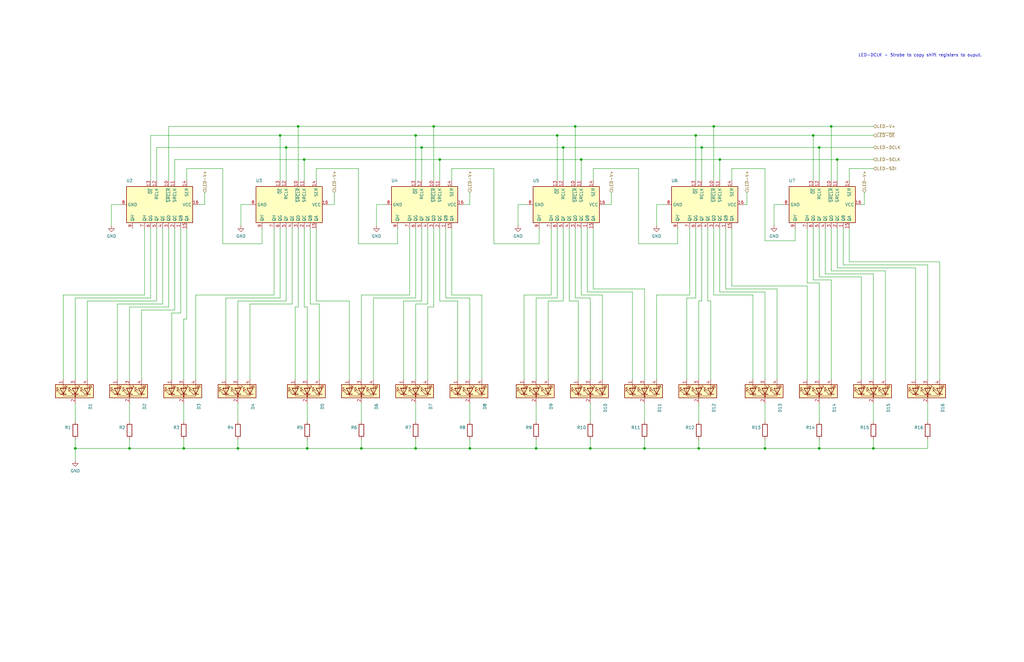
<source format=kicad_sch>
(kicad_sch (version 20211123) (generator eeschema)

  (uuid ab85c6d6-939d-4eec-b28f-1878fda1c0f0)

  (paper "B")

  (lib_symbols
    (symbol "74_IVAN_RGB:LED_RGBC" (pin_names (offset 0) hide) (in_bom yes) (on_board yes)
      (property "Reference" "D" (id 0) (at 0 9.398 0)
        (effects (font (size 1.27 1.27)))
      )
      (property "Value" "LED_RGBC" (id 1) (at 0 -8.89 0)
        (effects (font (size 1.27 1.27)))
      )
      (property "Footprint" "74_Jose:LED_D5.0mm-4_RGB" (id 2) (at 0 -1.27 0)
        (effects (font (size 1.27 1.27)) hide)
      )
      (property "Datasheet" "" (id 3) (at 0 -1.27 0)
        (effects (font (size 1.27 1.27)) hide)
      )
      (property "ki_fp_filters" "LED* LED_SMD:* LED_THT:*" (id 4) (at 0 0 0)
        (effects (font (size 1.27 1.27)) hide)
      )
      (symbol "LED_RGBC_0_0"
        (text "B" (at 1.905 -6.35 0)
          (effects (font (size 1.27 1.27)))
        )
        (text "G" (at 1.905 -1.27 0)
          (effects (font (size 1.27 1.27)))
        )
        (text "R" (at 1.905 3.81 0)
          (effects (font (size 1.27 1.27)))
        )
      )
      (symbol "LED_RGBC_0_1"
        (circle (center -2.032 0) (radius 0.254)
          (stroke (width 0) (type default) (color 0 0 0 0))
          (fill (type outline))
        )
        (polyline
          (pts
            (xy -1.27 -5.08)
            (xy 1.27 -5.08)
          )
          (stroke (width 0) (type default) (color 0 0 0 0))
          (fill (type none))
        )
        (polyline
          (pts
            (xy -1.27 -3.81)
            (xy -1.27 -6.35)
          )
          (stroke (width 0.254) (type default) (color 0 0 0 0))
          (fill (type none))
        )
        (polyline
          (pts
            (xy -1.27 0)
            (xy -2.54 0)
          )
          (stroke (width 0) (type default) (color 0 0 0 0))
          (fill (type none))
        )
        (polyline
          (pts
            (xy -1.27 1.27)
            (xy -1.27 -1.27)
          )
          (stroke (width 0.254) (type default) (color 0 0 0 0))
          (fill (type none))
        )
        (polyline
          (pts
            (xy -1.27 5.08)
            (xy 1.27 5.08)
          )
          (stroke (width 0) (type default) (color 0 0 0 0))
          (fill (type none))
        )
        (polyline
          (pts
            (xy -1.27 6.35)
            (xy -1.27 3.81)
          )
          (stroke (width 0.254) (type default) (color 0 0 0 0))
          (fill (type none))
        )
        (polyline
          (pts
            (xy 1.27 -5.08)
            (xy 2.54 -5.08)
          )
          (stroke (width 0) (type default) (color 0 0 0 0))
          (fill (type none))
        )
        (polyline
          (pts
            (xy 1.27 0)
            (xy -1.27 0)
          )
          (stroke (width 0) (type default) (color 0 0 0 0))
          (fill (type none))
        )
        (polyline
          (pts
            (xy 1.27 0)
            (xy 2.54 0)
          )
          (stroke (width 0) (type default) (color 0 0 0 0))
          (fill (type none))
        )
        (polyline
          (pts
            (xy 1.27 5.08)
            (xy 2.54 5.08)
          )
          (stroke (width 0) (type default) (color 0 0 0 0))
          (fill (type none))
        )
        (polyline
          (pts
            (xy -1.27 1.27)
            (xy -1.27 -1.27)
            (xy -1.27 -1.27)
          )
          (stroke (width 0) (type default) (color 0 0 0 0))
          (fill (type none))
        )
        (polyline
          (pts
            (xy -1.27 6.35)
            (xy -1.27 3.81)
            (xy -1.27 3.81)
          )
          (stroke (width 0) (type default) (color 0 0 0 0))
          (fill (type none))
        )
        (polyline
          (pts
            (xy -1.27 5.08)
            (xy -2.032 5.08)
            (xy -2.032 -5.08)
            (xy -1.016 -5.08)
          )
          (stroke (width 0) (type default) (color 0 0 0 0))
          (fill (type none))
        )
        (polyline
          (pts
            (xy 1.27 -3.81)
            (xy 1.27 -6.35)
            (xy -1.27 -5.08)
            (xy 1.27 -3.81)
          )
          (stroke (width 0.254) (type default) (color 0 0 0 0))
          (fill (type none))
        )
        (polyline
          (pts
            (xy 1.27 1.27)
            (xy 1.27 -1.27)
            (xy -1.27 0)
            (xy 1.27 1.27)
          )
          (stroke (width 0.254) (type default) (color 0 0 0 0))
          (fill (type none))
        )
        (polyline
          (pts
            (xy 1.27 6.35)
            (xy 1.27 3.81)
            (xy -1.27 5.08)
            (xy 1.27 6.35)
          )
          (stroke (width 0.254) (type default) (color 0 0 0 0))
          (fill (type none))
        )
        (polyline
          (pts
            (xy -1.016 -3.81)
            (xy 0.508 -2.286)
            (xy -0.254 -2.286)
            (xy 0.508 -2.286)
            (xy 0.508 -3.048)
          )
          (stroke (width 0) (type default) (color 0 0 0 0))
          (fill (type none))
        )
        (polyline
          (pts
            (xy -1.016 1.27)
            (xy 0.508 2.794)
            (xy -0.254 2.794)
            (xy 0.508 2.794)
            (xy 0.508 2.032)
          )
          (stroke (width 0) (type default) (color 0 0 0 0))
          (fill (type none))
        )
        (polyline
          (pts
            (xy -1.016 6.35)
            (xy 0.508 7.874)
            (xy -0.254 7.874)
            (xy 0.508 7.874)
            (xy 0.508 7.112)
          )
          (stroke (width 0) (type default) (color 0 0 0 0))
          (fill (type none))
        )
        (polyline
          (pts
            (xy 0 -3.81)
            (xy 1.524 -2.286)
            (xy 0.762 -2.286)
            (xy 1.524 -2.286)
            (xy 1.524 -3.048)
          )
          (stroke (width 0) (type default) (color 0 0 0 0))
          (fill (type none))
        )
        (polyline
          (pts
            (xy 0 1.27)
            (xy 1.524 2.794)
            (xy 0.762 2.794)
            (xy 1.524 2.794)
            (xy 1.524 2.032)
          )
          (stroke (width 0) (type default) (color 0 0 0 0))
          (fill (type none))
        )
        (polyline
          (pts
            (xy 0 6.35)
            (xy 1.524 7.874)
            (xy 0.762 7.874)
            (xy 1.524 7.874)
            (xy 1.524 7.112)
          )
          (stroke (width 0) (type default) (color 0 0 0 0))
          (fill (type none))
        )
        (rectangle (start 1.27 -1.27) (end 1.27 1.27)
          (stroke (width 0) (type default) (color 0 0 0 0))
          (fill (type none))
        )
        (rectangle (start 1.27 1.27) (end 1.27 1.27)
          (stroke (width 0) (type default) (color 0 0 0 0))
          (fill (type none))
        )
        (rectangle (start 1.27 3.81) (end 1.27 6.35)
          (stroke (width 0) (type default) (color 0 0 0 0))
          (fill (type none))
        )
        (rectangle (start 1.27 6.35) (end 1.27 6.35)
          (stroke (width 0) (type default) (color 0 0 0 0))
          (fill (type none))
        )
        (rectangle (start 2.794 8.382) (end -2.794 -7.62)
          (stroke (width 0.254) (type default) (color 0 0 0 0))
          (fill (type background))
        )
      )
      (symbol "LED_RGBC_1_1"
        (pin passive line (at 5.08 5.08 180) (length 2.54)
          (name "RA" (effects (font (size 1.27 1.27))))
          (number "1" (effects (font (size 1.27 1.27))))
        )
        (pin passive line (at -5.08 0 0) (length 2.54)
          (name "K" (effects (font (size 1.27 1.27))))
          (number "2" (effects (font (size 1.27 1.27))))
        )
        (pin passive line (at 5.08 0 180) (length 2.54)
          (name "GA" (effects (font (size 1.27 1.27))))
          (number "3" (effects (font (size 1.27 1.27))))
        )
        (pin passive line (at 5.08 -5.08 180) (length 2.54)
          (name "BA" (effects (font (size 1.27 1.27))))
          (number "4" (effects (font (size 1.27 1.27))))
        )
      )
    )
    (symbol "74_Jacob:74HC595" (in_bom yes) (on_board yes)
      (property "Reference" "U" (id 0) (at -7.62 13.97 0)
        (effects (font (size 1.27 1.27)))
      )
      (property "Value" "74HC595" (id 1) (at -7.62 -16.51 0)
        (effects (font (size 1.27 1.27)))
      )
      (property "Footprint" "74_jacob:SOIC-16_4.55x10.3mm_P1.27mm" (id 2) (at 0 0 0)
        (effects (font (size 1.27 1.27)) hide)
      )
      (property "Datasheet" "http://www.ti.com/lit/ds/symlink/sn74hc595.pdf" (id 3) (at 0 0 0)
        (effects (font (size 1.27 1.27)) hide)
      )
      (property "ki_keywords" "HCMOS SR 3State" (id 4) (at 0 0 0)
        (effects (font (size 1.27 1.27)) hide)
      )
      (property "ki_description" "8-bit serial in/out Shift Register 3-State Outputs" (id 5) (at 0 0 0)
        (effects (font (size 1.27 1.27)) hide)
      )
      (property "ki_fp_filters" "DIP*W7.62mm* SOIC*3.9x9.9mm*P1.27mm* TSSOP*4.4x5mm*P0.65mm* SOIC*5.3x10.2mm*P1.27mm* SOIC*7.5x10.3mm*P1.27mm*" (id 6) (at 0 0 0)
        (effects (font (size 1.27 1.27)) hide)
      )
      (symbol "74HC595_1_0"
        (pin tri_state line (at 10.16 7.62 180) (length 2.54)
          (name "QB" (effects (font (size 1.27 1.27))))
          (number "1" (effects (font (size 1.27 1.27))))
        )
        (pin input line (at -10.16 2.54 0) (length 2.54)
          (name "~{SRCLR}" (effects (font (size 1.27 1.27))))
          (number "10" (effects (font (size 1.27 1.27))))
        )
        (pin input line (at -10.16 5.08 0) (length 2.54)
          (name "SRCLK" (effects (font (size 1.27 1.27))))
          (number "11" (effects (font (size 1.27 1.27))))
        )
        (pin input line (at -10.16 -2.54 0) (length 2.54)
          (name "RCLK" (effects (font (size 1.27 1.27))))
          (number "12" (effects (font (size 1.27 1.27))))
        )
        (pin input line (at -10.16 -5.08 0) (length 2.54)
          (name "~{OE}" (effects (font (size 1.27 1.27))))
          (number "13" (effects (font (size 1.27 1.27))))
        )
        (pin input line (at -10.16 10.16 0) (length 2.54)
          (name "SER" (effects (font (size 1.27 1.27))))
          (number "14" (effects (font (size 1.27 1.27))))
        )
        (pin tri_state line (at 10.16 10.16 180) (length 2.54)
          (name "QA" (effects (font (size 1.27 1.27))))
          (number "15" (effects (font (size 1.27 1.27))))
        )
        (pin power_in line (at 0 15.24 270) (length 2.54)
          (name "VCC" (effects (font (size 1.27 1.27))))
          (number "16" (effects (font (size 1.27 1.27))))
        )
        (pin tri_state line (at 10.16 5.08 180) (length 2.54)
          (name "QC" (effects (font (size 1.27 1.27))))
          (number "2" (effects (font (size 1.27 1.27))))
        )
        (pin tri_state line (at 10.16 2.54 180) (length 2.54)
          (name "QD" (effects (font (size 1.27 1.27))))
          (number "3" (effects (font (size 1.27 1.27))))
        )
        (pin tri_state line (at 10.16 0 180) (length 2.54)
          (name "QE" (effects (font (size 1.27 1.27))))
          (number "4" (effects (font (size 1.27 1.27))))
        )
        (pin tri_state line (at 10.16 -2.54 180) (length 2.54)
          (name "QF" (effects (font (size 1.27 1.27))))
          (number "5" (effects (font (size 1.27 1.27))))
        )
        (pin tri_state line (at 10.16 -5.08 180) (length 2.54)
          (name "QG" (effects (font (size 1.27 1.27))))
          (number "6" (effects (font (size 1.27 1.27))))
        )
        (pin tri_state line (at 10.16 -7.62 180) (length 2.54)
          (name "QH" (effects (font (size 1.27 1.27))))
          (number "7" (effects (font (size 1.27 1.27))))
        )
        (pin power_in line (at 0 -17.78 90) (length 2.54)
          (name "GND" (effects (font (size 1.27 1.27))))
          (number "8" (effects (font (size 1.27 1.27))))
        )
        (pin output line (at 10.16 -12.7 180) (length 2.54)
          (name "QH'" (effects (font (size 1.27 1.27))))
          (number "9" (effects (font (size 1.27 1.27))))
        )
      )
      (symbol "74HC595_1_1"
        (rectangle (start -7.62 12.7) (end 7.62 -15.24)
          (stroke (width 0.254) (type default) (color 0 0 0 0))
          (fill (type background))
        )
      )
    )
    (symbol "74_Jacob:GND" (power) (pin_numbers hide) (pin_names (offset 0) hide) (in_bom yes) (on_board yes)
      (property "Reference" "#PWR" (id 0) (at 0 -6.35 0)
        (effects (font (size 1.27 1.27)) hide)
      )
      (property "Value" "GND" (id 1) (at 0 -3.81 0)
        (effects (font (size 1.27 1.27)))
      )
      (property "Footprint" "" (id 2) (at 0 0 0)
        (effects (font (size 1.27 1.27)) hide)
      )
      (property "Datasheet" "" (id 3) (at 0 0 0)
        (effects (font (size 1.27 1.27)) hide)
      )
      (property "ki_keywords" "power-flag" (id 4) (at 0 0 0)
        (effects (font (size 1.27 1.27)) hide)
      )
      (property "ki_description" "Power symbol creates a global label with name \"GND\" , ground" (id 5) (at 0 0 0)
        (effects (font (size 1.27 1.27)) hide)
      )
      (symbol "GND_0_1"
        (polyline
          (pts
            (xy 0 0)
            (xy 0 -1.27)
            (xy 1.27 -1.27)
            (xy 0 -2.54)
            (xy -1.27 -1.27)
            (xy 0 -1.27)
          )
          (stroke (width 0) (type default) (color 0 0 0 0))
          (fill (type none))
        )
      )
      (symbol "GND_1_1"
        (pin power_in line (at 0 0 270) (length 0) hide
          (name "GND" (effects (font (size 1.27 1.27))))
          (number "1" (effects (font (size 1.27 1.27))))
        )
      )
    )
    (symbol "74_Jacob:R" (pin_numbers hide) (pin_names (offset 0)) (in_bom yes) (on_board yes)
      (property "Reference" "R" (id 0) (at 2.032 0 90)
        (effects (font (size 1.27 1.27)))
      )
      (property "Value" "R" (id 1) (at 0 0 90)
        (effects (font (size 1.27 1.27)))
      )
      (property "Footprint" "74_jacob:R-0.25W-THRU" (id 2) (at -1.778 0 90)
        (effects (font (size 1.27 1.27)) hide)
      )
      (property "Datasheet" "~" (id 3) (at 0 0 0)
        (effects (font (size 1.27 1.27)) hide)
      )
      (property "ki_keywords" "R res resistor" (id 4) (at 0 0 0)
        (effects (font (size 1.27 1.27)) hide)
      )
      (property "ki_description" "Resistor" (id 5) (at 0 0 0)
        (effects (font (size 1.27 1.27)) hide)
      )
      (property "ki_fp_filters" "R_*" (id 6) (at 0 0 0)
        (effects (font (size 1.27 1.27)) hide)
      )
      (symbol "R_0_1"
        (rectangle (start -1.016 -2.54) (end 1.016 2.54)
          (stroke (width 0.254) (type default) (color 0 0 0 0))
          (fill (type none))
        )
      )
      (symbol "R_1_1"
        (pin passive line (at 0 3.81 270) (length 1.27)
          (name "~" (effects (font (size 1.27 1.27))))
          (number "1" (effects (font (size 1.27 1.27))))
        )
        (pin passive line (at 0 -3.81 90) (length 1.27)
          (name "~" (effects (font (size 1.27 1.27))))
          (number "2" (effects (font (size 1.27 1.27))))
        )
      )
    )
  )

  (junction (at 177.8 62.23) (diameter 0) (color 0 0 0 0)
    (uuid 021604d4-a835-44e7-a0db-649d0c50f5e3)
  )
  (junction (at 175.26 189.23) (diameter 0) (color 0 0 0 0)
    (uuid 082057aa-7036-4b9f-a7f8-492b0e2425bc)
  )
  (junction (at 350.52 53.34) (diameter 0) (color 0 0 0 0)
    (uuid 0b6f6bfc-5f5c-40d3-839f-a94de50b71f2)
  )
  (junction (at 234.95 57.15) (diameter 0) (color 0 0 0 0)
    (uuid 0ef03129-22e4-46af-b647-1713d388b22f)
  )
  (junction (at 353.06 67.31) (diameter 0) (color 0 0 0 0)
    (uuid 1d975ddf-fc20-41f7-8ef5-74cbcaf6b36f)
  )
  (junction (at 295.91 62.23) (diameter 0) (color 0 0 0 0)
    (uuid 2f8922b5-f500-4b7b-a8d9-08b68150842a)
  )
  (junction (at 128.27 67.31) (diameter 0) (color 0 0 0 0)
    (uuid 3b608931-99cd-4f3e-a49d-da2aaeff5a1f)
  )
  (junction (at 226.06 189.23) (diameter 0) (color 0 0 0 0)
    (uuid 3c1a5755-39f4-4d7d-b0bb-f0eece6275e3)
  )
  (junction (at 54.61 189.23) (diameter 0) (color 0 0 0 0)
    (uuid 41efb4ee-00e7-4042-80cf-bcbc1b30bf5d)
  )
  (junction (at 198.12 189.23) (diameter 0) (color 0 0 0 0)
    (uuid 4d654f0f-699f-4212-8c35-e04262ac66e3)
  )
  (junction (at 120.65 62.23) (diameter 0) (color 0 0 0 0)
    (uuid 5b5f1206-1aa4-4937-8177-83976010dfc8)
  )
  (junction (at 300.99 53.34) (diameter 0) (color 0 0 0 0)
    (uuid 5b7709b6-3508-4b49-998c-a2297b633746)
  )
  (junction (at 248.92 189.23) (diameter 0) (color 0 0 0 0)
    (uuid 5fc96bd6-97b6-4f05-8c84-7c108d57463b)
  )
  (junction (at 368.3 189.23) (diameter 0) (color 0 0 0 0)
    (uuid 63f4e370-8c25-42ca-b5c4-0a3cfbbbd2bc)
  )
  (junction (at 345.44 62.23) (diameter 0) (color 0 0 0 0)
    (uuid 651d7e57-674d-42e0-8e0d-837d0ae4fa2c)
  )
  (junction (at 271.78 189.23) (diameter 0) (color 0 0 0 0)
    (uuid 69578d1d-b77f-4ec1-a198-59cbed2ae683)
  )
  (junction (at 303.53 67.31) (diameter 0) (color 0 0 0 0)
    (uuid 6fdf4e97-d979-4f16-9caf-0616a5fccb01)
  )
  (junction (at 237.49 62.23) (diameter 0) (color 0 0 0 0)
    (uuid 720fa594-fe01-4773-af64-812dca8f6bc0)
  )
  (junction (at 185.42 67.31) (diameter 0) (color 0 0 0 0)
    (uuid 7ec76c89-7d70-4847-a712-75a6b38dfbe4)
  )
  (junction (at 129.54 189.23) (diameter 0) (color 0 0 0 0)
    (uuid 90b5d95c-70c8-433e-9b4f-de80acd2d00b)
  )
  (junction (at 294.64 189.23) (diameter 0) (color 0 0 0 0)
    (uuid 93ef6cac-5b18-4d50-9a34-a317a3e92032)
  )
  (junction (at 342.9 57.15) (diameter 0) (color 0 0 0 0)
    (uuid a3670425-848a-4207-a89c-dd26c339e817)
  )
  (junction (at 322.58 189.23) (diameter 0) (color 0 0 0 0)
    (uuid ab6d1b5c-8e88-4c60-bda6-3b1874469411)
  )
  (junction (at 245.11 67.31) (diameter 0) (color 0 0 0 0)
    (uuid b648c103-e2cd-4491-8167-87cd3eff67eb)
  )
  (junction (at 242.57 53.34) (diameter 0) (color 0 0 0 0)
    (uuid b9925f92-c1fd-4cc0-8659-3665cd56503b)
  )
  (junction (at 345.44 189.23) (diameter 0) (color 0 0 0 0)
    (uuid bf9bd407-8545-4a3a-b9e0-8cce012c4ae4)
  )
  (junction (at 152.4 189.23) (diameter 0) (color 0 0 0 0)
    (uuid c4db2a35-a457-4886-9e2e-1374d1d20539)
  )
  (junction (at 182.88 53.34) (diameter 0) (color 0 0 0 0)
    (uuid ce401522-6d83-454c-b026-44d21bad3810)
  )
  (junction (at 118.11 57.15) (diameter 0) (color 0 0 0 0)
    (uuid ce6e163d-df27-4f2d-868f-03c5ec173fca)
  )
  (junction (at 175.26 57.15) (diameter 0) (color 0 0 0 0)
    (uuid d04b37b8-2ddd-4951-95d6-e9129678bffb)
  )
  (junction (at 100.33 189.23) (diameter 0) (color 0 0 0 0)
    (uuid d228a60c-b6a7-4898-a572-00e396043855)
  )
  (junction (at 125.73 53.34) (diameter 0) (color 0 0 0 0)
    (uuid d420ea34-dd3e-4772-8d14-032e8f360059)
  )
  (junction (at 31.75 189.23) (diameter 0) (color 0 0 0 0)
    (uuid d945a195-794d-4bbf-8158-703338656726)
  )
  (junction (at 77.47 189.23) (diameter 0) (color 0 0 0 0)
    (uuid e253f621-7dcb-44a0-bdd2-9db7834326c5)
  )
  (junction (at 293.37 57.15) (diameter 0) (color 0 0 0 0)
    (uuid e86af866-f6b1-41b7-8c90-442bb6ddfd3c)
  )

  (wire (pts (xy 172.72 124.46) (xy 172.72 96.52))
    (stroke (width 0) (type default) (color 0 0 0 0))
    (uuid 0027dafd-e2ba-4107-96e2-a81ddc1296cc)
  )
  (wire (pts (xy 345.44 62.23) (xy 345.44 76.2))
    (stroke (width 0) (type default) (color 0 0 0 0))
    (uuid 0045d425-bfa5-458e-9536-0367d1b19d32)
  )
  (wire (pts (xy 345.44 189.23) (xy 368.3 189.23))
    (stroke (width 0) (type default) (color 0 0 0 0))
    (uuid 00fb137a-03e2-4d99-991d-8e7f26e2c517)
  )
  (wire (pts (xy 182.88 76.2) (xy 182.88 53.34))
    (stroke (width 0) (type default) (color 0 0 0 0))
    (uuid 01409f64-2240-48e3-9bb2-af2ad61792be)
  )
  (wire (pts (xy 190.5 71.12) (xy 190.5 76.2))
    (stroke (width 0) (type default) (color 0 0 0 0))
    (uuid 027b0871-3360-4a38-900a-4dbe48e56ead)
  )
  (wire (pts (xy 31.75 125.73) (xy 63.5 125.73))
    (stroke (width 0) (type default) (color 0 0 0 0))
    (uuid 0376e252-737e-4698-a79a-9bb8b52ad045)
  )
  (wire (pts (xy 285.75 102.87) (xy 269.24 102.87))
    (stroke (width 0) (type default) (color 0 0 0 0))
    (uuid 03b75241-e333-4db8-9589-be774876d182)
  )
  (wire (pts (xy 93.98 102.87) (xy 93.98 71.12))
    (stroke (width 0) (type default) (color 0 0 0 0))
    (uuid 0444f4b4-6ffb-45ce-8123-02453457ca1c)
  )
  (wire (pts (xy 123.19 128.27) (xy 123.19 96.52))
    (stroke (width 0) (type default) (color 0 0 0 0))
    (uuid 04452562-340c-4f60-9a72-ac8b85232dfa)
  )
  (wire (pts (xy 303.53 123.19) (xy 322.58 123.19))
    (stroke (width 0) (type default) (color 0 0 0 0))
    (uuid 047402ad-782d-4876-a098-496e94adc272)
  )
  (wire (pts (xy 100.33 185.42) (xy 100.33 189.23))
    (stroke (width 0) (type default) (color 0 0 0 0))
    (uuid 06fccb5a-6486-4208-aa01-13718089b6cc)
  )
  (wire (pts (xy 46.99 86.36) (xy 50.8 86.36))
    (stroke (width 0) (type default) (color 0 0 0 0))
    (uuid 0723d86a-8acd-411d-9eeb-6114b4ff8dfb)
  )
  (wire (pts (xy 100.33 127) (xy 100.33 160.02))
    (stroke (width 0) (type default) (color 0 0 0 0))
    (uuid 077584a7-39cb-455b-822a-b15ceb2f8c58)
  )
  (wire (pts (xy 198.12 86.36) (xy 198.12 81.28))
    (stroke (width 0) (type default) (color 0 0 0 0))
    (uuid 07eae443-17a5-4b03-b90e-7e1299a8956b)
  )
  (wire (pts (xy 77.47 189.23) (xy 100.33 189.23))
    (stroke (width 0) (type default) (color 0 0 0 0))
    (uuid 09286e9e-ddb3-493f-a69c-7aaa32b85da0)
  )
  (wire (pts (xy 326.39 95.25) (xy 326.39 86.36))
    (stroke (width 0) (type default) (color 0 0 0 0))
    (uuid 0942d5f2-3a75-48f2-a2cc-59d5018be796)
  )
  (wire (pts (xy 391.16 111.76) (xy 355.6 111.76))
    (stroke (width 0) (type default) (color 0 0 0 0))
    (uuid 09c8a4ca-f005-44be-825d-a7503065b8dc)
  )
  (wire (pts (xy 350.52 114.3) (xy 350.52 96.52))
    (stroke (width 0) (type default) (color 0 0 0 0))
    (uuid 09f098ea-d6c9-44fc-a786-6ec991cbbb8c)
  )
  (wire (pts (xy 78.74 134.62) (xy 78.74 96.52))
    (stroke (width 0) (type default) (color 0 0 0 0))
    (uuid 0b40e68b-a741-4f87-9d67-c6b444e2bad4)
  )
  (wire (pts (xy 322.58 189.23) (xy 345.44 189.23))
    (stroke (width 0) (type default) (color 0 0 0 0))
    (uuid 0e6620e6-cefb-4fab-bf15-4f479930e537)
  )
  (wire (pts (xy 335.28 101.6) (xy 322.58 101.6))
    (stroke (width 0) (type default) (color 0 0 0 0))
    (uuid 0f1dd276-61c9-40d6-a4f6-0e3becbec292)
  )
  (wire (pts (xy 289.56 125.73) (xy 289.56 160.02))
    (stroke (width 0) (type default) (color 0 0 0 0))
    (uuid 102c0f2f-1f92-43c5-a593-e2caf48eb76b)
  )
  (wire (pts (xy 317.5 124.46) (xy 300.99 124.46))
    (stroke (width 0) (type default) (color 0 0 0 0))
    (uuid 11360a4c-9324-4b3d-93fa-49fcc08135d7)
  )
  (wire (pts (xy 73.66 67.31) (xy 73.66 76.2))
    (stroke (width 0) (type default) (color 0 0 0 0))
    (uuid 11b3cd17-788b-47e7-8781-08ca67941ac6)
  )
  (wire (pts (xy 26.67 160.02) (xy 26.67 124.46))
    (stroke (width 0) (type default) (color 0 0 0 0))
    (uuid 1280614f-efe1-4a27-8be8-9bec106e7ff4)
  )
  (wire (pts (xy 248.92 189.23) (xy 271.78 189.23))
    (stroke (width 0) (type default) (color 0 0 0 0))
    (uuid 136c1a77-8115-44c2-a5fb-84da5d92969e)
  )
  (wire (pts (xy 243.84 160.02) (xy 243.84 127))
    (stroke (width 0) (type default) (color 0 0 0 0))
    (uuid 13969709-925b-4dbe-b54c-7b24a80a62d8)
  )
  (wire (pts (xy 386.08 160.02) (xy 386.08 113.03))
    (stroke (width 0) (type default) (color 0 0 0 0))
    (uuid 13cbb198-45ca-4780-9a5e-86a6b1bac78b)
  )
  (wire (pts (xy 120.65 127) (xy 120.65 96.52))
    (stroke (width 0) (type default) (color 0 0 0 0))
    (uuid 1552ea69-43b9-48f1-aced-3ea96787fa96)
  )
  (wire (pts (xy 130.81 128.27) (xy 130.81 96.52))
    (stroke (width 0) (type default) (color 0 0 0 0))
    (uuid 1713bfb6-9ae6-46aa-b5fc-923d0bdb9814)
  )
  (wire (pts (xy 299.72 160.02) (xy 299.72 127))
    (stroke (width 0) (type default) (color 0 0 0 0))
    (uuid 187dc7dd-d2b8-44f1-bd42-8d55d60001ca)
  )
  (wire (pts (xy 185.42 67.31) (xy 128.27 67.31))
    (stroke (width 0) (type default) (color 0 0 0 0))
    (uuid 189b60f3-8dd5-4fb8-9374-5ef3b1df6fee)
  )
  (wire (pts (xy 391.16 189.23) (xy 391.16 185.42))
    (stroke (width 0) (type default) (color 0 0 0 0))
    (uuid 18d49054-0c48-42b6-8276-e61aaa1f57e4)
  )
  (wire (pts (xy 350.52 53.34) (xy 350.52 76.2))
    (stroke (width 0) (type default) (color 0 0 0 0))
    (uuid 18f0cc63-eb1f-4681-a889-1500a9ab763a)
  )
  (wire (pts (xy 36.83 127) (xy 66.04 127))
    (stroke (width 0) (type default) (color 0 0 0 0))
    (uuid 1aa70929-d430-492b-b9be-23efece97b7e)
  )
  (wire (pts (xy 257.81 86.36) (xy 257.81 81.28))
    (stroke (width 0) (type default) (color 0 0 0 0))
    (uuid 1c83d7fc-512c-4327-8d71-e3fd81ae32bf)
  )
  (wire (pts (xy 231.14 127) (xy 237.49 127))
    (stroke (width 0) (type default) (color 0 0 0 0))
    (uuid 1d93c23c-2446-4729-a980-a9e73c12ae38)
  )
  (wire (pts (xy 218.44 86.36) (xy 222.25 86.36))
    (stroke (width 0) (type default) (color 0 0 0 0))
    (uuid 1d9e038f-412b-4cfd-952d-b1b2fa1b74b5)
  )
  (wire (pts (xy 77.47 160.02) (xy 77.47 134.62))
    (stroke (width 0) (type default) (color 0 0 0 0))
    (uuid 1df2b962-5e77-44dc-bfa9-f2d481fdc20b)
  )
  (wire (pts (xy 175.26 185.42) (xy 175.26 189.23))
    (stroke (width 0) (type default) (color 0 0 0 0))
    (uuid 1ed55548-b163-4119-ab14-ef4ac205e52e)
  )
  (wire (pts (xy 105.41 128.27) (xy 123.19 128.27))
    (stroke (width 0) (type default) (color 0 0 0 0))
    (uuid 1fac5547-2ae1-4bd1-b337-2fb9851eeaed)
  )
  (wire (pts (xy 129.54 189.23) (xy 152.4 189.23))
    (stroke (width 0) (type default) (color 0 0 0 0))
    (uuid 1ff0b355-d1f5-47b4-aeb8-285c46be565d)
  )
  (wire (pts (xy 101.6 86.36) (xy 105.41 86.36))
    (stroke (width 0) (type default) (color 0 0 0 0))
    (uuid 20fc0e20-a156-4090-949d-b5f24d9a2ed5)
  )
  (wire (pts (xy 120.65 62.23) (xy 66.04 62.23))
    (stroke (width 0) (type default) (color 0 0 0 0))
    (uuid 235ae5f6-ab92-46a7-b8e9-2d8e08e36278)
  )
  (wire (pts (xy 151.13 102.87) (xy 151.13 71.12))
    (stroke (width 0) (type default) (color 0 0 0 0))
    (uuid 23a73392-eb3b-43fa-8612-edd9ccbdd61b)
  )
  (wire (pts (xy 125.73 129.54) (xy 125.73 96.52))
    (stroke (width 0) (type default) (color 0 0 0 0))
    (uuid 267ce19a-0ca8-4cfc-9ab5-6107f907a816)
  )
  (wire (pts (xy 63.5 125.73) (xy 63.5 96.52))
    (stroke (width 0) (type default) (color 0 0 0 0))
    (uuid 2911cbb6-155d-4fa8-9cdd-2fe0bff19bae)
  )
  (wire (pts (xy 152.4 160.02) (xy 152.4 124.46))
    (stroke (width 0) (type default) (color 0 0 0 0))
    (uuid 293114d5-648a-482c-8a0c-4a82f757bfc3)
  )
  (wire (pts (xy 373.38 160.02) (xy 373.38 114.3))
    (stroke (width 0) (type default) (color 0 0 0 0))
    (uuid 29634052-68c9-4ae9-b5c1-ecae7bd9828c)
  )
  (wire (pts (xy 177.8 62.23) (xy 120.65 62.23))
    (stroke (width 0) (type default) (color 0 0 0 0))
    (uuid 2a0d5e39-6b8e-45a8-b1e7-69ab695bd5d5)
  )
  (wire (pts (xy 46.99 95.25) (xy 46.99 86.36))
    (stroke (width 0) (type default) (color 0 0 0 0))
    (uuid 2a7f9d76-9f3c-47e1-9cc1-8c60f5e39dad)
  )
  (wire (pts (xy 129.54 129.54) (xy 128.27 129.54))
    (stroke (width 0) (type default) (color 0 0 0 0))
    (uuid 2b9c2702-ad38-440e-a585-db9297c9e8cc)
  )
  (wire (pts (xy 226.06 125.73) (xy 234.95 125.73))
    (stroke (width 0) (type default) (color 0 0 0 0))
    (uuid 2c664a53-cbb3-4a12-9836-b076d7a4c254)
  )
  (wire (pts (xy 340.36 120.65) (xy 308.61 120.65))
    (stroke (width 0) (type default) (color 0 0 0 0))
    (uuid 2c9a8519-b67d-48c5-bb34-d838308b5db0)
  )
  (wire (pts (xy 290.83 124.46) (xy 290.83 96.52))
    (stroke (width 0) (type default) (color 0 0 0 0))
    (uuid 2e0377d5-423c-429c-8fd1-572cf9df251f)
  )
  (wire (pts (xy 170.18 160.02) (xy 170.18 127))
    (stroke (width 0) (type default) (color 0 0 0 0))
    (uuid 304b968b-87ea-4491-90da-9f2bf1078ecd)
  )
  (wire (pts (xy 276.86 124.46) (xy 290.83 124.46))
    (stroke (width 0) (type default) (color 0 0 0 0))
    (uuid 30f79fb1-dbb4-44fd-8a3d-76cc80c7e374)
  )
  (wire (pts (xy 391.16 111.76) (xy 391.16 160.02))
    (stroke (width 0) (type default) (color 0 0 0 0))
    (uuid 31182e3a-be04-4db8-8824-6e09ccc398da)
  )
  (wire (pts (xy 234.95 125.73) (xy 234.95 96.52))
    (stroke (width 0) (type default) (color 0 0 0 0))
    (uuid 325148f2-c7cc-434e-98f3-66c80e4a1234)
  )
  (wire (pts (xy 299.72 127) (xy 298.45 127))
    (stroke (width 0) (type default) (color 0 0 0 0))
    (uuid 3794c762-b80e-4e0e-98d5-cbc1fad5df45)
  )
  (wire (pts (xy 314.96 86.36) (xy 314.96 81.28))
    (stroke (width 0) (type default) (color 0 0 0 0))
    (uuid 37a6925d-9271-4d8e-a2fb-58b132ed8320)
  )
  (wire (pts (xy 396.24 160.02) (xy 396.24 110.49))
    (stroke (width 0) (type default) (color 0 0 0 0))
    (uuid 38258c99-742f-46ff-8793-d76421012bbb)
  )
  (wire (pts (xy 175.26 76.2) (xy 175.26 57.15))
    (stroke (width 0) (type default) (color 0 0 0 0))
    (uuid 3a1eee34-a00e-46f6-bc67-b542c42f4a72)
  )
  (wire (pts (xy 95.25 160.02) (xy 95.25 125.73))
    (stroke (width 0) (type default) (color 0 0 0 0))
    (uuid 3b10718f-a0b2-47a6-9915-3fb34161f01a)
  )
  (wire (pts (xy 193.04 160.02) (xy 193.04 127))
    (stroke (width 0) (type default) (color 0 0 0 0))
    (uuid 3be8bce6-15e9-4dad-b800-2f954efac161)
  )
  (wire (pts (xy 250.19 71.12) (xy 250.19 76.2))
    (stroke (width 0) (type default) (color 0 0 0 0))
    (uuid 3bf4c848-c55d-471e-9f94-b667d4c922c5)
  )
  (wire (pts (xy 335.28 96.52) (xy 335.28 101.6))
    (stroke (width 0) (type default) (color 0 0 0 0))
    (uuid 3c20fb01-fd9c-40de-8713-e966db57ab59)
  )
  (wire (pts (xy 49.53 128.27) (xy 68.58 128.27))
    (stroke (width 0) (type default) (color 0 0 0 0))
    (uuid 3e36a330-4e73-45d3-8f64-0ee1b1414d78)
  )
  (wire (pts (xy 396.24 110.49) (xy 358.14 110.49))
    (stroke (width 0) (type default) (color 0 0 0 0))
    (uuid 403c832a-833d-4bee-b33e-4e31fcf4aab3)
  )
  (wire (pts (xy 368.3 177.8) (xy 368.3 170.18))
    (stroke (width 0) (type default) (color 0 0 0 0))
    (uuid 40b67aa4-942b-43fb-8e13-dfc4e9bda978)
  )
  (wire (pts (xy 298.45 127) (xy 298.45 96.52))
    (stroke (width 0) (type default) (color 0 0 0 0))
    (uuid 4404f5ef-b827-4ee0-8309-0c305143c076)
  )
  (wire (pts (xy 177.8 62.23) (xy 177.8 76.2))
    (stroke (width 0) (type default) (color 0 0 0 0))
    (uuid 44fde3ce-b506-4266-82df-5449d0517f77)
  )
  (wire (pts (xy 129.54 160.02) (xy 129.54 129.54))
    (stroke (width 0) (type default) (color 0 0 0 0))
    (uuid 4516cc7a-fb0c-4da4-88c4-fd05343ee672)
  )
  (wire (pts (xy 72.39 160.02) (xy 72.39 132.08))
    (stroke (width 0) (type default) (color 0 0 0 0))
    (uuid 45e9dce0-7ca1-4267-9b66-b0b5f27d696d)
  )
  (wire (pts (xy 353.06 113.03) (xy 353.06 96.52))
    (stroke (width 0) (type default) (color 0 0 0 0))
    (uuid 460160ad-b770-4b88-8d92-5628a6668dc1)
  )
  (wire (pts (xy 300.99 53.34) (xy 350.52 53.34))
    (stroke (width 0) (type default) (color 0 0 0 0))
    (uuid 4641379d-ee56-4c37-a7b3-6bd66d5ee320)
  )
  (wire (pts (xy 157.48 125.73) (xy 175.26 125.73))
    (stroke (width 0) (type default) (color 0 0 0 0))
    (uuid 4677ee56-c2d1-4373-b744-c8a5e4551b73)
  )
  (wire (pts (xy 227.33 102.87) (xy 208.28 102.87))
    (stroke (width 0) (type default) (color 0 0 0 0))
    (uuid 469dcb61-5cb1-451e-9ec9-7f972742c97f)
  )
  (wire (pts (xy 322.58 185.42) (xy 322.58 189.23))
    (stroke (width 0) (type default) (color 0 0 0 0))
    (uuid 46a75bdb-e253-4a39-9a46-e60e71bf205d)
  )
  (wire (pts (xy 124.46 129.54) (xy 125.73 129.54))
    (stroke (width 0) (type default) (color 0 0 0 0))
    (uuid 47489500-7d73-4083-b877-3ebf137f9fa8)
  )
  (wire (pts (xy 82.55 124.46) (xy 115.57 124.46))
    (stroke (width 0) (type default) (color 0 0 0 0))
    (uuid 481ff5e2-f59e-4941-b04c-59d2a496ca9b)
  )
  (wire (pts (xy 147.32 160.02) (xy 147.32 127))
    (stroke (width 0) (type default) (color 0 0 0 0))
    (uuid 483ef970-c251-4d87-bc4e-e18469c40957)
  )
  (wire (pts (xy 93.98 71.12) (xy 78.74 71.12))
    (stroke (width 0) (type default) (color 0 0 0 0))
    (uuid 49947376-9596-4518-a983-0338a0d5b028)
  )
  (wire (pts (xy 266.7 160.02) (xy 266.7 123.19))
    (stroke (width 0) (type default) (color 0 0 0 0))
    (uuid 4ae6f88c-5a08-41d7-baec-5ba92b477fcd)
  )
  (wire (pts (xy 182.88 129.54) (xy 182.88 96.52))
    (stroke (width 0) (type default) (color 0 0 0 0))
    (uuid 4b984b9b-46c3-4e41-b9a4-9e2425234df5)
  )
  (wire (pts (xy 180.34 128.27) (xy 180.34 96.52))
    (stroke (width 0) (type default) (color 0 0 0 0))
    (uuid 4bf3c3fb-5e69-4b93-9145-63ab98b1f6ee)
  )
  (wire (pts (xy 327.66 121.92) (xy 306.07 121.92))
    (stroke (width 0) (type default) (color 0 0 0 0))
    (uuid 4db4dbef-3c69-4a2e-b94d-9dfa43867f6e)
  )
  (wire (pts (xy 208.28 71.12) (xy 190.5 71.12))
    (stroke (width 0) (type default) (color 0 0 0 0))
    (uuid 4ea5b0c9-9968-4fbf-a46a-f3b8808425db)
  )
  (wire (pts (xy 269.24 71.12) (xy 250.19 71.12))
    (stroke (width 0) (type default) (color 0 0 0 0))
    (uuid 4ecff334-002d-4149-b960-f8339b58bff2)
  )
  (wire (pts (xy 208.28 102.87) (xy 208.28 71.12))
    (stroke (width 0) (type default) (color 0 0 0 0))
    (uuid 4f1b2d6e-e47b-454d-88cd-a366fcacd510)
  )
  (wire (pts (xy 129.54 177.8) (xy 129.54 170.18))
    (stroke (width 0) (type default) (color 0 0 0 0))
    (uuid 50a52729-486b-4d74-8c2b-1555f4200c01)
  )
  (wire (pts (xy 203.2 124.46) (xy 190.5 124.46))
    (stroke (width 0) (type default) (color 0 0 0 0))
    (uuid 50f7731c-256f-476b-89c9-60be3bcdc3ad)
  )
  (wire (pts (xy 187.96 125.73) (xy 187.96 96.52))
    (stroke (width 0) (type default) (color 0 0 0 0))
    (uuid 52e4605e-d17f-4445-a63c-1d0e0d835e89)
  )
  (wire (pts (xy 71.12 129.54) (xy 71.12 96.52))
    (stroke (width 0) (type default) (color 0 0 0 0))
    (uuid 5495df4e-6435-4735-9970-795ca6306063)
  )
  (wire (pts (xy 147.32 127) (xy 133.35 127))
    (stroke (width 0) (type default) (color 0 0 0 0))
    (uuid 55cd4125-4a4d-44c2-9f64-aa791466d0f9)
  )
  (wire (pts (xy 63.5 57.15) (xy 63.5 76.2))
    (stroke (width 0) (type default) (color 0 0 0 0))
    (uuid 567e8ab0-7f5f-41cd-a70f-e6f7008c81ed)
  )
  (wire (pts (xy 68.58 128.27) (xy 68.58 96.52))
    (stroke (width 0) (type default) (color 0 0 0 0))
    (uuid 5685660b-8761-45e7-8ec5-ed274f049a1b)
  )
  (wire (pts (xy 237.49 62.23) (xy 237.49 76.2))
    (stroke (width 0) (type default) (color 0 0 0 0))
    (uuid 57c4799f-7f4a-4074-9455-0a58d1824abe)
  )
  (wire (pts (xy 100.33 189.23) (xy 129.54 189.23))
    (stroke (width 0) (type default) (color 0 0 0 0))
    (uuid 59f14c3d-9c75-4960-b804-f542fc42ee18)
  )
  (wire (pts (xy 353.06 67.31) (xy 353.06 76.2))
    (stroke (width 0) (type default) (color 0 0 0 0))
    (uuid 5a2e5812-6568-4ff6-ad36-859d2b335a3e)
  )
  (wire (pts (xy 190.5 124.46) (xy 190.5 96.52))
    (stroke (width 0) (type default) (color 0 0 0 0))
    (uuid 5bc8d597-f35b-4e2f-a9f5-a6257a7dda49)
  )
  (wire (pts (xy 293.37 76.2) (xy 293.37 57.15))
    (stroke (width 0) (type default) (color 0 0 0 0))
    (uuid 5c317107-9a62-4034-b1ea-1a66d12d4b39)
  )
  (wire (pts (xy 54.61 177.8) (xy 54.61 170.18))
    (stroke (width 0) (type default) (color 0 0 0 0))
    (uuid 5d67b616-4aa2-4ab1-ba51-c48808ddbf0f)
  )
  (wire (pts (xy 175.26 189.23) (xy 198.12 189.23))
    (stroke (width 0) (type default) (color 0 0 0 0))
    (uuid 5d96d421-f7f8-4bf6-b6ab-89c8815ca19a)
  )
  (wire (pts (xy 293.37 125.73) (xy 293.37 96.52))
    (stroke (width 0) (type default) (color 0 0 0 0))
    (uuid 5e422151-13e3-4907-853c-5e1e1052233c)
  )
  (wire (pts (xy 138.43 86.36) (xy 140.97 86.36))
    (stroke (width 0) (type default) (color 0 0 0 0))
    (uuid 5e5b0126-61ee-4541-a7f9-cc85bff7186d)
  )
  (wire (pts (xy 345.44 62.23) (xy 295.91 62.23))
    (stroke (width 0) (type default) (color 0 0 0 0))
    (uuid 5efa2d2e-7c2b-4cfc-a61f-8915118d5ef2)
  )
  (wire (pts (xy 125.73 76.2) (xy 125.73 53.34))
    (stroke (width 0) (type default) (color 0 0 0 0))
    (uuid 5f22b120-2eb7-4582-9bca-04889381f499)
  )
  (wire (pts (xy 59.69 130.81) (xy 73.66 130.81))
    (stroke (width 0) (type default) (color 0 0 0 0))
    (uuid 5f4188f7-7232-4e31-a502-afbba3a52fa8)
  )
  (wire (pts (xy 368.3 53.34) (xy 350.52 53.34))
    (stroke (width 0) (type default) (color 0 0 0 0))
    (uuid 60e44ee0-2088-4e54-af08-c781550ae53e)
  )
  (wire (pts (xy 175.26 128.27) (xy 180.34 128.27))
    (stroke (width 0) (type default) (color 0 0 0 0))
    (uuid 6142cf84-4ef4-416b-b844-9c64dcd9d667)
  )
  (wire (pts (xy 350.52 118.11) (xy 342.9 118.11))
    (stroke (width 0) (type default) (color 0 0 0 0))
    (uuid 62166783-7480-47d2-bafb-abdd058a6028)
  )
  (wire (pts (xy 218.44 95.25) (xy 218.44 86.36))
    (stroke (width 0) (type default) (color 0 0 0 0))
    (uuid 6288ce9b-77b5-4f6b-ba32-2941be5971f2)
  )
  (wire (pts (xy 368.3 62.23) (xy 345.44 62.23))
    (stroke (width 0) (type default) (color 0 0 0 0))
    (uuid 62a80661-8f14-4332-86e5-8331de3672c3)
  )
  (wire (pts (xy 167.64 102.87) (xy 151.13 102.87))
    (stroke (width 0) (type default) (color 0 0 0 0))
    (uuid 6321ca25-05b5-4b4d-90c6-b781c1e3f01a)
  )
  (wire (pts (xy 77.47 185.42) (xy 77.47 189.23))
    (stroke (width 0) (type default) (color 0 0 0 0))
    (uuid 64b39e86-7b67-47c5-88e1-71e9732acab8)
  )
  (wire (pts (xy 128.27 67.31) (xy 73.66 67.31))
    (stroke (width 0) (type default) (color 0 0 0 0))
    (uuid 654bc6e8-4bc7-42a7-8ab7-5f86fb16c041)
  )
  (wire (pts (xy 198.12 125.73) (xy 187.96 125.73))
    (stroke (width 0) (type default) (color 0 0 0 0))
    (uuid 66758585-8bab-40fb-beea-11a73c905b39)
  )
  (wire (pts (xy 128.27 129.54) (xy 128.27 96.52))
    (stroke (width 0) (type default) (color 0 0 0 0))
    (uuid 6693344c-03d2-418d-abec-5745d31a8cec)
  )
  (wire (pts (xy 327.66 160.02) (xy 327.66 121.92))
    (stroke (width 0) (type default) (color 0 0 0 0))
    (uuid 6773acf7-835e-44d6-8a6d-a38caf7ab2d7)
  )
  (wire (pts (xy 54.61 189.23) (xy 31.75 189.23))
    (stroke (width 0) (type default) (color 0 0 0 0))
    (uuid 682d7817-f256-4dad-a7b4-16f8832f8730)
  )
  (wire (pts (xy 151.13 71.12) (xy 133.35 71.12))
    (stroke (width 0) (type default) (color 0 0 0 0))
    (uuid 68abe0a0-d658-4a17-b380-9d9b1d8efdc6)
  )
  (wire (pts (xy 285.75 96.52) (xy 285.75 102.87))
    (stroke (width 0) (type default) (color 0 0 0 0))
    (uuid 68b5926d-5221-4047-bedd-f895e759a308)
  )
  (wire (pts (xy 340.36 120.65) (xy 340.36 160.02))
    (stroke (width 0) (type default) (color 0 0 0 0))
    (uuid 69b5ba40-f1e1-4dfa-93ce-872c7c3b3af3)
  )
  (wire (pts (xy 242.57 53.34) (xy 300.99 53.34))
    (stroke (width 0) (type default) (color 0 0 0 0))
    (uuid 6a40de2f-c9f9-423e-a384-9f78b395e776)
  )
  (wire (pts (xy 198.12 185.42) (xy 198.12 189.23))
    (stroke (width 0) (type default) (color 0 0 0 0))
    (uuid 6a599da2-4c43-44f1-91ab-c2ef2c01cc78)
  )
  (wire (pts (xy 294.64 127) (xy 294.64 160.02))
    (stroke (width 0) (type default) (color 0 0 0 0))
    (uuid 6a8b60f3-c229-4d7b-850e-6b671cb01c5a)
  )
  (wire (pts (xy 340.36 119.38) (xy 340.36 96.52))
    (stroke (width 0) (type default) (color 0 0 0 0))
    (uuid 6aad93b5-eeb6-4ccf-8df5-5b732a60f03b)
  )
  (wire (pts (xy 276.86 86.36) (xy 280.67 86.36))
    (stroke (width 0) (type default) (color 0 0 0 0))
    (uuid 6afecc5f-7cd9-4753-b597-56aacafb8940)
  )
  (wire (pts (xy 129.54 185.42) (xy 129.54 189.23))
    (stroke (width 0) (type default) (color 0 0 0 0))
    (uuid 6c8fa21d-5083-4361-97c5-ff467d617215)
  )
  (wire (pts (xy 368.3 67.31) (xy 353.06 67.31))
    (stroke (width 0) (type default) (color 0 0 0 0))
    (uuid 6d52507f-507c-4827-a74e-e83627d832bd)
  )
  (wire (pts (xy 140.97 86.36) (xy 140.97 81.28))
    (stroke (width 0) (type default) (color 0 0 0 0))
    (uuid 6db4e49f-aed1-4672-953c-fae814551367)
  )
  (wire (pts (xy 363.22 160.02) (xy 363.22 116.84))
    (stroke (width 0) (type default) (color 0 0 0 0))
    (uuid 6fcf0bd1-a0de-4045-8c00-b0dbcb897049)
  )
  (wire (pts (xy 271.78 160.02) (xy 271.78 121.92))
    (stroke (width 0) (type default) (color 0 0 0 0))
    (uuid 6fec4d66-e395-4189-8830-4a9caec19bd4)
  )
  (wire (pts (xy 342.9 57.15) (xy 293.37 57.15))
    (stroke (width 0) (type default) (color 0 0 0 0))
    (uuid 7032bbbb-039f-4041-83fc-01cffd4ea579)
  )
  (wire (pts (xy 294.64 177.8) (xy 294.64 170.18))
    (stroke (width 0) (type default) (color 0 0 0 0))
    (uuid 70cb05e3-9c52-44b0-a976-5275ba2a02e4)
  )
  (wire (pts (xy 295.91 62.23) (xy 295.91 76.2))
    (stroke (width 0) (type default) (color 0 0 0 0))
    (uuid 7112627d-10ed-4ca4-bf6a-2edc0d51fbf8)
  )
  (wire (pts (xy 185.42 127) (xy 185.42 96.52))
    (stroke (width 0) (type default) (color 0 0 0 0))
    (uuid 7179d2d1-81b8-4740-8fec-c1956c0dcc3b)
  )
  (wire (pts (xy 368.3 185.42) (xy 368.3 189.23))
    (stroke (width 0) (type default) (color 0 0 0 0))
    (uuid 71c1de00-464f-49f4-92ef-e0a0a7d9426f)
  )
  (wire (pts (xy 368.3 160.02) (xy 368.3 115.57))
    (stroke (width 0) (type default) (color 0 0 0 0))
    (uuid 71cd89dc-bcbe-4ce6-8bb8-3cd15cf5ecb6)
  )
  (wire (pts (xy 254 160.02) (xy 254 124.46))
    (stroke (width 0) (type default) (color 0 0 0 0))
    (uuid 738e7d9f-410e-4268-bb85-826fc7abf0e9)
  )
  (wire (pts (xy 391.16 177.8) (xy 391.16 170.18))
    (stroke (width 0) (type default) (color 0 0 0 0))
    (uuid 759e57c7-5d27-4fa1-b004-7c3cd1835a7f)
  )
  (wire (pts (xy 255.27 86.36) (xy 257.81 86.36))
    (stroke (width 0) (type default) (color 0 0 0 0))
    (uuid 7788399c-13e9-4567-979b-07d00c10b957)
  )
  (wire (pts (xy 76.2 132.08) (xy 76.2 96.52))
    (stroke (width 0) (type default) (color 0 0 0 0))
    (uuid 77900876-3778-4dcc-8588-cd86271c0e43)
  )
  (wire (pts (xy 133.35 127) (xy 133.35 96.52))
    (stroke (width 0) (type default) (color 0 0 0 0))
    (uuid 77a7d974-5aa0-410f-be72-dad67f030109)
  )
  (wire (pts (xy 182.88 53.34) (xy 242.57 53.34))
    (stroke (width 0) (type default) (color 0 0 0 0))
    (uuid 7854b883-7f26-4763-9139-283d21d33ac5)
  )
  (wire (pts (xy 313.69 86.36) (xy 314.96 86.36))
    (stroke (width 0) (type default) (color 0 0 0 0))
    (uuid 78e4ca9c-beba-4a93-8ade-16859d0fdb7e)
  )
  (wire (pts (xy 248.92 125.73) (xy 242.57 125.73))
    (stroke (width 0) (type default) (color 0 0 0 0))
    (uuid 799dc591-dfb1-44d7-97e0-27c58d6c25f5)
  )
  (wire (pts (xy 134.62 160.02) (xy 134.62 128.27))
    (stroke (width 0) (type default) (color 0 0 0 0))
    (uuid 7c8e9dc9-475f-4107-abd9-9ca72f21e53f)
  )
  (wire (pts (xy 237.49 62.23) (xy 177.8 62.23))
    (stroke (width 0) (type default) (color 0 0 0 0))
    (uuid 7cb11301-913e-4a8f-a9ab-ff6bc075144f)
  )
  (wire (pts (xy 128.27 76.2) (xy 128.27 67.31))
    (stroke (width 0) (type default) (color 0 0 0 0))
    (uuid 7cdd2cf2-1d27-4dd7-8f7e-aeb29fd80a86)
  )
  (wire (pts (xy 59.69 160.02) (xy 59.69 130.81))
    (stroke (width 0) (type default) (color 0 0 0 0))
    (uuid 7d12a796-0cea-46ea-ad31-be8734aa83c7)
  )
  (wire (pts (xy 240.03 127) (xy 240.03 96.52))
    (stroke (width 0) (type default) (color 0 0 0 0))
    (uuid 7ed952bd-19fb-4fba-867a-bab8b6c91e3d)
  )
  (wire (pts (xy 157.48 160.02) (xy 157.48 125.73))
    (stroke (width 0) (type default) (color 0 0 0 0))
    (uuid 7f43d536-7638-4c82-8574-ebb1fb6962a8)
  )
  (wire (pts (xy 226.06 177.8) (xy 226.06 170.18))
    (stroke (width 0) (type default) (color 0 0 0 0))
    (uuid 7fdecc44-9aed-4f4c-970c-250dd72f5073)
  )
  (wire (pts (xy 234.95 76.2) (xy 234.95 57.15))
    (stroke (width 0) (type default) (color 0 0 0 0))
    (uuid 802344aa-32df-4d09-97e7-49c7ca34f812)
  )
  (wire (pts (xy 175.26 125.73) (xy 175.26 96.52))
    (stroke (width 0) (type default) (color 0 0 0 0))
    (uuid 80257f6f-2e31-4077-84da-2d3094c855fd)
  )
  (wire (pts (xy 118.11 125.73) (xy 118.11 96.52))
    (stroke (width 0) (type default) (color 0 0 0 0))
    (uuid 8043e343-9134-45e3-b546-3c62b266d47c)
  )
  (wire (pts (xy 220.98 160.02) (xy 220.98 124.46))
    (stroke (width 0) (type default) (color 0 0 0 0))
    (uuid 80523655-25c6-4373-8821-ae4d20df87ef)
  )
  (wire (pts (xy 124.46 160.02) (xy 124.46 129.54))
    (stroke (width 0) (type default) (color 0 0 0 0))
    (uuid 80fb32d5-1222-4984-b0fc-aa3665910742)
  )
  (wire (pts (xy 308.61 120.65) (xy 308.61 96.52))
    (stroke (width 0) (type default) (color 0 0 0 0))
    (uuid 81c36414-c11e-4ad5-9d52-103b99325000)
  )
  (wire (pts (xy 118.11 57.15) (xy 118.11 76.2))
    (stroke (width 0) (type default) (color 0 0 0 0))
    (uuid 8468df2d-0027-4e26-9fe7-5de5d5d63856)
  )
  (wire (pts (xy 31.75 177.8) (xy 31.75 170.18))
    (stroke (width 0) (type default) (color 0 0 0 0))
    (uuid 85219cc3-a0c6-4f2d-affb-dd207c2b68e4)
  )
  (wire (pts (xy 170.18 127) (xy 177.8 127))
    (stroke (width 0) (type default) (color 0 0 0 0))
    (uuid 87ce5312-7478-4d10-be1e-bf5251f5db8d)
  )
  (wire (pts (xy 300.99 76.2) (xy 300.99 53.34))
    (stroke (width 0) (type default) (color 0 0 0 0))
    (uuid 87db85cc-7a88-46e9-a79b-2b3369c49001)
  )
  (wire (pts (xy 198.12 170.18) (xy 198.12 177.8))
    (stroke (width 0) (type default) (color 0 0 0 0))
    (uuid 88b15548-b115-495d-9490-3e69469b24d4)
  )
  (wire (pts (xy 100.33 127) (xy 120.65 127))
    (stroke (width 0) (type default) (color 0 0 0 0))
    (uuid 8b87dd0b-ad77-40ba-8946-feff3b4be3e5)
  )
  (wire (pts (xy 269.24 102.87) (xy 269.24 71.12))
    (stroke (width 0) (type default) (color 0 0 0 0))
    (uuid 8c876753-4223-4963-8169-488e0ae4ad30)
  )
  (wire (pts (xy 248.92 160.02) (xy 248.92 125.73))
    (stroke (width 0) (type default) (color 0 0 0 0))
    (uuid 8da5abd0-2b01-48bd-8c83-85e2eb38c73a)
  )
  (wire (pts (xy 242.57 76.2) (xy 242.57 53.34))
    (stroke (width 0) (type default) (color 0 0 0 0))
    (uuid 8e1edf71-c7e7-4179-a6e2-b77ea9392499)
  )
  (wire (pts (xy 293.37 57.15) (xy 234.95 57.15))
    (stroke (width 0) (type default) (color 0 0 0 0))
    (uuid 8f4045d3-ff29-4c2b-bc0f-24a801c9c999)
  )
  (wire (pts (xy 345.44 185.42) (xy 345.44 189.23))
    (stroke (width 0) (type default) (color 0 0 0 0))
    (uuid 903bf6d3-bc3d-488c-b240-7366edd1da31)
  )
  (wire (pts (xy 133.35 71.12) (xy 133.35 76.2))
    (stroke (width 0) (type default) (color 0 0 0 0))
    (uuid 90a916a6-fa71-41ef-b100-d0bc8f79cb7c)
  )
  (wire (pts (xy 71.12 53.34) (xy 125.73 53.34))
    (stroke (width 0) (type default) (color 0 0 0 0))
    (uuid 94fb25c2-35f3-4acc-bedf-6e7e654edda8)
  )
  (wire (pts (xy 368.3 71.12) (xy 358.14 71.12))
    (stroke (width 0) (type default) (color 0 0 0 0))
    (uuid 9541e69c-e256-4c2f-ae89-25d6b37ba6fc)
  )
  (wire (pts (xy 72.39 132.08) (xy 76.2 132.08))
    (stroke (width 0) (type default) (color 0 0 0 0))
    (uuid 95940c7b-9abe-4bd3-b3c1-ab295386fa6c)
  )
  (wire (pts (xy 345.44 119.38) (xy 340.36 119.38))
    (stroke (width 0) (type default) (color 0 0 0 0))
    (uuid 961233b7-bb87-418e-9c37-861d1ea8536e)
  )
  (wire (pts (xy 294.64 189.23) (xy 322.58 189.23))
    (stroke (width 0) (type default) (color 0 0 0 0))
    (uuid 964113d8-2c4f-4d38-8a24-9979c256db9e)
  )
  (wire (pts (xy 110.49 102.87) (xy 93.98 102.87))
    (stroke (width 0) (type default) (color 0 0 0 0))
    (uuid 968163dc-33ac-4eee-8ef8-b50725508920)
  )
  (wire (pts (xy 71.12 76.2) (xy 71.12 53.34))
    (stroke (width 0) (type default) (color 0 0 0 0))
    (uuid 970e19a5-2b29-457c-913a-47d95924bc9d)
  )
  (wire (pts (xy 386.08 113.03) (xy 353.06 113.03))
    (stroke (width 0) (type default) (color 0 0 0 0))
    (uuid 9731d3b4-65fd-4479-8dd1-c9211a9c30cb)
  )
  (wire (pts (xy 271.78 189.23) (xy 294.64 189.23))
    (stroke (width 0) (type default) (color 0 0 0 0))
    (uuid 99227e28-2404-42ac-825a-9c69eb577598)
  )
  (wire (pts (xy 245.11 124.46) (xy 245.11 96.52))
    (stroke (width 0) (type default) (color 0 0 0 0))
    (uuid 9c6305e8-6f78-4a91-ba66-1fec06177921)
  )
  (wire (pts (xy 294.64 185.42) (xy 294.64 189.23))
    (stroke (width 0) (type default) (color 0 0 0 0))
    (uuid 9f455705-3378-4962-ae85-35f0d93d872f)
  )
  (wire (pts (xy 242.57 125.73) (xy 242.57 96.52))
    (stroke (width 0) (type default) (color 0 0 0 0))
    (uuid a13192c4-fa29-40f5-a3a0-77e949d87723)
  )
  (wire (pts (xy 245.11 67.31) (xy 185.42 67.31))
    (stroke (width 0) (type default) (color 0 0 0 0))
    (uuid a15048f2-2790-42d8-984d-f28811c39c24)
  )
  (wire (pts (xy 355.6 111.76) (xy 355.6 96.52))
    (stroke (width 0) (type default) (color 0 0 0 0))
    (uuid a2b1e0ed-26b9-485d-a155-107f532315cc)
  )
  (wire (pts (xy 317.5 160.02) (xy 317.5 124.46))
    (stroke (width 0) (type default) (color 0 0 0 0))
    (uuid a579415a-ec9a-48a3-a87a-db6e892012c6)
  )
  (wire (pts (xy 195.58 86.36) (xy 198.12 86.36))
    (stroke (width 0) (type default) (color 0 0 0 0))
    (uuid a58e3323-ce8d-4e9d-8f90-4b6c31894ca6)
  )
  (wire (pts (xy 300.99 124.46) (xy 300.99 96.52))
    (stroke (width 0) (type default) (color 0 0 0 0))
    (uuid a6c588bf-3ace-430a-b9d4-6569a9c9059b)
  )
  (wire (pts (xy 303.53 123.19) (xy 303.53 96.52))
    (stroke (width 0) (type default) (color 0 0 0 0))
    (uuid a72fc3d9-ff72-4919-a484-30c70781c9bb)
  )
  (wire (pts (xy 363.22 116.84) (xy 345.44 116.84))
    (stroke (width 0) (type default) (color 0 0 0 0))
    (uuid a7c1d58c-7661-4ca6-8533-f543475a8b09)
  )
  (wire (pts (xy 54.61 160.02) (xy 54.61 129.54))
    (stroke (width 0) (type default) (color 0 0 0 0))
    (uuid a82c56ef-76af-42a3-a56a-ccd87a25faf0)
  )
  (wire (pts (xy 226.06 160.02) (xy 226.06 125.73))
    (stroke (width 0) (type default) (color 0 0 0 0))
    (uuid aa48da63-ae61-45b9-8fff-f23b918e99bd)
  )
  (wire (pts (xy 185.42 67.31) (xy 185.42 76.2))
    (stroke (width 0) (type default) (color 0 0 0 0))
    (uuid aa5f9e01-b5ca-405b-a280-319d324d2af4)
  )
  (wire (pts (xy 152.4 189.23) (xy 175.26 189.23))
    (stroke (width 0) (type default) (color 0 0 0 0))
    (uuid aa9dbb31-ac29-42d6-ae4b-b84adf270da3)
  )
  (wire (pts (xy 245.11 67.31) (xy 245.11 76.2))
    (stroke (width 0) (type default) (color 0 0 0 0))
    (uuid aa9e7b55-4874-4746-ba37-f3a3c1dd4192)
  )
  (wire (pts (xy 266.7 123.19) (xy 247.65 123.19))
    (stroke (width 0) (type default) (color 0 0 0 0))
    (uuid ac5cfdef-aa26-4e0f-9784-7d8177f779a3)
  )
  (wire (pts (xy 198.12 189.23) (xy 226.06 189.23))
    (stroke (width 0) (type default) (color 0 0 0 0))
    (uuid ad065610-aab5-447a-bcb5-e58989f3fbf4)
  )
  (wire (pts (xy 232.41 124.46) (xy 232.41 96.52))
    (stroke (width 0) (type default) (color 0 0 0 0))
    (uuid ae7f024f-7827-4225-91d9-5d439fe47dc2)
  )
  (wire (pts (xy 248.92 177.8) (xy 248.92 170.18))
    (stroke (width 0) (type default) (color 0 0 0 0))
    (uuid aea7dd19-ebc0-4b81-8f5e-a3784312c8bf)
  )
  (wire (pts (xy 118.11 57.15) (xy 63.5 57.15))
    (stroke (width 0) (type default) (color 0 0 0 0))
    (uuid af45422d-56c0-49cd-b5ad-8c003398e85a)
  )
  (wire (pts (xy 345.44 160.02) (xy 345.44 119.38))
    (stroke (width 0) (type default) (color 0 0 0 0))
    (uuid b0866179-e21a-4dd7-abcd-3a7e6978caef)
  )
  (wire (pts (xy 322.58 177.8) (xy 322.58 170.18))
    (stroke (width 0) (type default) (color 0 0 0 0))
    (uuid b147546f-1ce8-4c2f-a743-e9aa35d09556)
  )
  (wire (pts (xy 350.52 160.02) (xy 350.52 118.11))
    (stroke (width 0) (type default) (color 0 0 0 0))
    (uuid b1daed8c-b2f5-417d-a22a-61718b243c66)
  )
  (wire (pts (xy 203.2 160.02) (xy 203.2 124.46))
    (stroke (width 0) (type default) (color 0 0 0 0))
    (uuid b2ab0696-a2f5-446f-8c3f-18dd177cdc83)
  )
  (wire (pts (xy 373.38 114.3) (xy 350.52 114.3))
    (stroke (width 0) (type default) (color 0 0 0 0))
    (uuid b4e62fa0-7217-4bae-b7ae-7878f2dec0c3)
  )
  (wire (pts (xy 345.44 177.8) (xy 345.44 170.18))
    (stroke (width 0) (type default) (color 0 0 0 0))
    (uuid b5e7668f-f046-4cfa-a609-db17c6075534)
  )
  (wire (pts (xy 95.25 125.73) (xy 118.11 125.73))
    (stroke (width 0) (type default) (color 0 0 0 0))
    (uuid b671a531-4180-4605-8e87-b12af88c9649)
  )
  (wire (pts (xy 342.9 57.15) (xy 342.9 76.2))
    (stroke (width 0) (type default) (color 0 0 0 0))
    (uuid b689d793-6ad1-4e0e-ab46-c24b0f2b60ff)
  )
  (wire (pts (xy 254 124.46) (xy 245.11 124.46))
    (stroke (width 0) (type default) (color 0 0 0 0))
    (uuid b6ed570e-468b-4a26-baea-344328de3f78)
  )
  (wire (pts (xy 54.61 129.54) (xy 71.12 129.54))
    (stroke (width 0) (type default) (color 0 0 0 0))
    (uuid b7c2ac97-9e2c-4c60-b6b6-97bf26e7ea44)
  )
  (wire (pts (xy 234.95 57.15) (xy 175.26 57.15))
    (stroke (width 0) (type default) (color 0 0 0 0))
    (uuid b883499a-7528-4ec2-a443-e24281a5b5a5)
  )
  (wire (pts (xy 49.53 160.02) (xy 49.53 128.27))
    (stroke (width 0) (type default) (color 0 0 0 0))
    (uuid b9ac584d-efa8-4318-be86-61bd2219327f)
  )
  (wire (pts (xy 342.9 118.11) (xy 342.9 96.52))
    (stroke (width 0) (type default) (color 0 0 0 0))
    (uuid b9b8fc2c-2632-4403-bd25-435fd40bf600)
  )
  (wire (pts (xy 31.75 189.23) (xy 31.75 185.42))
    (stroke (width 0) (type default) (color 0 0 0 0))
    (uuid ba9db8d9-28a5-4757-98e5-9424c75ab757)
  )
  (wire (pts (xy 289.56 125.73) (xy 293.37 125.73))
    (stroke (width 0) (type default) (color 0 0 0 0))
    (uuid baf9257c-23cc-4aae-91f6-8d72f4a9c43e)
  )
  (wire (pts (xy 226.06 185.42) (xy 226.06 189.23))
    (stroke (width 0) (type default) (color 0 0 0 0))
    (uuid bbf52fb5-875a-4e6b-a770-3d525fc5e29c)
  )
  (wire (pts (xy 31.75 160.02) (xy 31.75 125.73))
    (stroke (width 0) (type default) (color 0 0 0 0))
    (uuid bc2804bd-9c05-44a1-8e4e-7c8eede12dde)
  )
  (wire (pts (xy 152.4 177.8) (xy 152.4 170.18))
    (stroke (width 0) (type default) (color 0 0 0 0))
    (uuid bcdef08b-9a37-4947-ade1-12a5d6f4111e)
  )
  (wire (pts (xy 77.47 177.8) (xy 77.47 170.18))
    (stroke (width 0) (type default) (color 0 0 0 0))
    (uuid bdc7d30e-2919-414d-8ecd-cedd0198d4c2)
  )
  (wire (pts (xy 158.75 95.25) (xy 158.75 86.36))
    (stroke (width 0) (type default) (color 0 0 0 0))
    (uuid be7e93e2-d29d-4c29-b48c-02168d4d7fcf)
  )
  (wire (pts (xy 368.3 189.23) (xy 391.16 189.23))
    (stroke (width 0) (type default) (color 0 0 0 0))
    (uuid be953db7-a18a-4a65-abd4-668057ea5142)
  )
  (wire (pts (xy 105.41 160.02) (xy 105.41 128.27))
    (stroke (width 0) (type default) (color 0 0 0 0))
    (uuid bea20ff4-2009-4cc9-abc9-2fb8ca493ce4)
  )
  (wire (pts (xy 345.44 116.84) (xy 345.44 96.52))
    (stroke (width 0) (type default) (color 0 0 0 0))
    (uuid c0293274-0d72-4bc9-b18f-df6ab64e07aa)
  )
  (wire (pts (xy 101.6 95.25) (xy 101.6 86.36))
    (stroke (width 0) (type default) (color 0 0 0 0))
    (uuid c08cc583-9129-46bd-a58a-da617eb1fb9f)
  )
  (wire (pts (xy 175.26 160.02) (xy 175.26 128.27))
    (stroke (width 0) (type default) (color 0 0 0 0))
    (uuid c13af9a5-e633-494a-8cc5-f314aa5c6c94)
  )
  (wire (pts (xy 358.14 110.49) (xy 358.14 96.52))
    (stroke (width 0) (type default) (color 0 0 0 0))
    (uuid c269e847-1c50-45df-8ad8-7639899077f5)
  )
  (wire (pts (xy 295.91 62.23) (xy 237.49 62.23))
    (stroke (width 0) (type default) (color 0 0 0 0))
    (uuid c31eb3c0-b9e5-4822-9ae0-8610a54b83a1)
  )
  (wire (pts (xy 364.49 81.28) (xy 364.49 86.36))
    (stroke (width 0) (type default) (color 0 0 0 0))
    (uuid c491d0ac-4b99-4d71-8376-1db1d0cca682)
  )
  (wire (pts (xy 231.14 160.02) (xy 231.14 127))
    (stroke (width 0) (type default) (color 0 0 0 0))
    (uuid c7c269c6-55b8-4df9-835a-a1637198491f)
  )
  (wire (pts (xy 167.64 96.52) (xy 167.64 102.87))
    (stroke (width 0) (type default) (color 0 0 0 0))
    (uuid c95ac959-b655-4b9b-89f4-e4b8f351323e)
  )
  (wire (pts (xy 175.26 57.15) (xy 118.11 57.15))
    (stroke (width 0) (type default) (color 0 0 0 0))
    (uuid c9b1336e-cd76-45a5-b431-22e56c7f4ffb)
  )
  (wire (pts (xy 134.62 128.27) (xy 130.81 128.27))
    (stroke (width 0) (type default) (color 0 0 0 0))
    (uuid cb9a7cfe-25b5-4374-8a65-5c4425156b4b)
  )
  (wire (pts (xy 110.49 96.52) (xy 110.49 102.87))
    (stroke (width 0) (type default) (color 0 0 0 0))
    (uuid cba6b9b0-1587-4fc8-aedf-13ccc4a1d746)
  )
  (wire (pts (xy 322.58 123.19) (xy 322.58 160.02))
    (stroke (width 0) (type default) (color 0 0 0 0))
    (uuid cd305994-7e7b-460e-84cb-0ecb4f9b4c4c)
  )
  (wire (pts (xy 247.65 123.19) (xy 247.65 96.52))
    (stroke (width 0) (type default) (color 0 0 0 0))
    (uuid cef85473-d398-40b1-8822-b9c87ef96647)
  )
  (wire (pts (xy 177.8 127) (xy 177.8 96.52))
    (stroke (width 0) (type default) (color 0 0 0 0))
    (uuid cf446847-9311-4426-b56b-046f77bfb57c)
  )
  (wire (pts (xy 308.61 71.12) (xy 308.61 76.2))
    (stroke (width 0) (type default) (color 0 0 0 0))
    (uuid cf5fbf5a-ba85-482d-bcfe-70136c4283c9)
  )
  (wire (pts (xy 86.36 81.28) (xy 86.36 86.36))
    (stroke (width 0) (type default) (color 0 0 0 0))
    (uuid cf9707ee-1115-4c9d-913d-21ac4a6e2bc2)
  )
  (wire (pts (xy 158.75 86.36) (xy 162.56 86.36))
    (stroke (width 0) (type default) (color 0 0 0 0))
    (uuid d01f91eb-0426-4e84-9b29-bc8948bb8b99)
  )
  (wire (pts (xy 368.3 57.15) (xy 342.9 57.15))
    (stroke (width 0) (type default) (color 0 0 0 0))
    (uuid d0938bae-cae6-48fb-a4e8-d430a704b929)
  )
  (wire (pts (xy 322.58 71.12) (xy 308.61 71.12))
    (stroke (width 0) (type default) (color 0 0 0 0))
    (uuid d09c9ca3-b86b-4d82-b465-0df1572dc1e1)
  )
  (wire (pts (xy 175.26 177.8) (xy 175.26 170.18))
    (stroke (width 0) (type default) (color 0 0 0 0))
    (uuid d21f1fdf-f26b-4b5b-80f5-98cd202eaa36)
  )
  (wire (pts (xy 250.19 121.92) (xy 250.19 96.52))
    (stroke (width 0) (type default) (color 0 0 0 0))
    (uuid d2ac2e0a-e762-446d-9eb3-ebe8d04efbf2)
  )
  (wire (pts (xy 220.98 124.46) (xy 232.41 124.46))
    (stroke (width 0) (type default) (color 0 0 0 0))
    (uuid d2f3c992-244e-40c1-93d9-42821198dac5)
  )
  (wire (pts (xy 276.86 160.02) (xy 276.86 124.46))
    (stroke (width 0) (type default) (color 0 0 0 0))
    (uuid d37712cd-52cf-4082-bd6d-f858592579eb)
  )
  (wire (pts (xy 326.39 86.36) (xy 330.2 86.36))
    (stroke (width 0) (type default) (color 0 0 0 0))
    (uuid d4c5974e-4cee-482f-93c0-5798856c452f)
  )
  (wire (pts (xy 180.34 129.54) (xy 182.88 129.54))
    (stroke (width 0) (type default) (color 0 0 0 0))
    (uuid d5330841-64de-4e74-aea2-ce17fb290f08)
  )
  (wire (pts (xy 193.04 127) (xy 185.42 127))
    (stroke (width 0) (type default) (color 0 0 0 0))
    (uuid d6c044ef-6140-4caa-9b31-122b2e43fa9e)
  )
  (wire (pts (xy 180.34 160.02) (xy 180.34 129.54))
    (stroke (width 0) (type default) (color 0 0 0 0))
    (uuid d6fed0f5-fb49-4339-b4fa-2e3315dab86d)
  )
  (wire (pts (xy 306.07 121.92) (xy 306.07 96.52))
    (stroke (width 0) (type default) (color 0 0 0 0))
    (uuid d7c80291-cbb3-40b7-9076-308e99dbf3e9)
  )
  (wire (pts (xy 368.3 115.57) (xy 347.98 115.57))
    (stroke (width 0) (type default) (color 0 0 0 0))
    (uuid d7f8311d-f6f4-497e-a66c-aa9faf996cdd)
  )
  (wire (pts (xy 26.67 124.46) (xy 60.96 124.46))
    (stroke (width 0) (type default) (color 0 0 0 0))
    (uuid d89125f6-f125-4454-9b11-d01d5dad7ba2)
  )
  (wire (pts (xy 152.4 124.46) (xy 172.72 124.46))
    (stroke (width 0) (type default) (color 0 0 0 0))
    (uuid d8f8e958-4ef9-4bef-9cd2-13982e079c35)
  )
  (wire (pts (xy 276.86 95.25) (xy 276.86 86.36))
    (stroke (width 0) (type default) (color 0 0 0 0))
    (uuid da4e1900-82bd-4fa9-beb2-78406d72d373)
  )
  (wire (pts (xy 303.53 67.31) (xy 303.53 76.2))
    (stroke (width 0) (type default) (color 0 0 0 0))
    (uuid db88f607-5343-4f17-bfb6-edba7b7985f8)
  )
  (wire (pts (xy 271.78 177.8) (xy 271.78 170.18))
    (stroke (width 0) (type default) (color 0 0 0 0))
    (uuid db94e428-cdf4-41bb-86c2-7688e72c477e)
  )
  (wire (pts (xy 86.36 86.36) (xy 83.82 86.36))
    (stroke (width 0) (type default) (color 0 0 0 0))
    (uuid dbfdb9f0-ab50-4b09-9334-51e092cf0974)
  )
  (wire (pts (xy 353.06 67.31) (xy 303.53 67.31))
    (stroke (width 0) (type default) (color 0 0 0 0))
    (uuid dcbe5f57-9c76-4ffd-aeb0-8c572e1b92b4)
  )
  (wire (pts (xy 243.84 127) (xy 240.03 127))
    (stroke (width 0) (type default) (color 0 0 0 0))
    (uuid df3d7461-6de0-4f39-8b02-9202e0dcb4c0)
  )
  (wire (pts (xy 115.57 124.46) (xy 115.57 96.52))
    (stroke (width 0) (type default) (color 0 0 0 0))
    (uuid dfbd07a8-133c-4494-9df6-b0342ebf5c09)
  )
  (wire (pts (xy 226.06 189.23) (xy 248.92 189.23))
    (stroke (width 0) (type default) (color 0 0 0 0))
    (uuid dfeaf59e-c0a3-4ab4-a5f4-92df4878524e)
  )
  (wire (pts (xy 73.66 130.81) (xy 73.66 96.52))
    (stroke (width 0) (type default) (color 0 0 0 0))
    (uuid e095f950-4290-4673-bdab-2ee8c9c49e76)
  )
  (wire (pts (xy 358.14 71.12) (xy 358.14 76.2))
    (stroke (width 0) (type default) (color 0 0 0 0))
    (uuid e0ea9b54-f8b5-46b8-aaf8-105a75e5f7dc)
  )
  (wire (pts (xy 303.53 67.31) (xy 245.11 67.31))
    (stroke (width 0) (type default) (color 0 0 0 0))
    (uuid e0edc7ff-fe5b-4239-936f-4584528fd98f)
  )
  (wire (pts (xy 250.19 121.92) (xy 271.78 121.92))
    (stroke (width 0) (type default) (color 0 0 0 0))
    (uuid e2acb184-5aa1-4ec9-93a1-6a70d06f88d1)
  )
  (wire (pts (xy 294.64 127) (xy 295.91 127))
    (stroke (width 0) (type default) (color 0 0 0 0))
    (uuid e2d4cc2a-69da-43fb-ba77-5efc71aa6b8a)
  )
  (wire (pts (xy 152.4 185.42) (xy 152.4 189.23))
    (stroke (width 0) (type default) (color 0 0 0 0))
    (uuid e8eea05d-ad08-4573-ad81-f2010a690503)
  )
  (wire (pts (xy 77.47 134.62) (xy 78.74 134.62))
    (stroke (width 0) (type default) (color 0 0 0 0))
    (uuid e9241d3f-8e63-45ed-84c2-d11de0933439)
  )
  (wire (pts (xy 100.33 177.8) (xy 100.33 170.18))
    (stroke (width 0) (type default) (color 0 0 0 0))
    (uuid eb6e7e18-eb3a-4758-a55f-bd472e2f9c69)
  )
  (wire (pts (xy 120.65 62.23) (xy 120.65 76.2))
    (stroke (width 0) (type default) (color 0 0 0 0))
    (uuid eba70ba8-b107-4385-8e64-45fdd83aced6)
  )
  (wire (pts (xy 363.22 86.36) (xy 364.49 86.36))
    (stroke (width 0) (type default) (color 0 0 0 0))
    (uuid ec8e6a20-fb44-4d54-8fa2-4f7f4cf144fc)
  )
  (wire (pts (xy 54.61 189.23) (xy 77.47 189.23))
    (stroke (width 0) (type default) (color 0 0 0 0))
    (uuid ed3d61c9-40a0-4ad8-9a5d-0450979ed322)
  )
  (wire (pts (xy 198.12 160.02) (xy 198.12 125.73))
    (stroke (width 0) (type default) (color 0 0 0 0))
    (uuid ee95416c-b74b-4e58-838f-34c1ebce824c)
  )
  (wire (pts (xy 66.04 62.23) (xy 66.04 76.2))
    (stroke (width 0) (type default) (color 0 0 0 0))
    (uuid f02da2a1-bbb4-45ba-b3f7-577a469cf0de)
  )
  (wire (pts (xy 125.73 53.34) (xy 182.88 53.34))
    (stroke (width 0) (type default) (color 0 0 0 0))
    (uuid f0f2b1e9-1329-439f-ae94-dd25950348b8)
  )
  (wire (pts (xy 60.96 124.46) (xy 60.96 96.52))
    (stroke (width 0) (type default) (color 0 0 0 0))
    (uuid f21847cc-fda9-4bd3-9d73-b50aa60364ca)
  )
  (wire (pts (xy 347.98 115.57) (xy 347.98 96.52))
    (stroke (width 0) (type default) (color 0 0 0 0))
    (uuid f38ceb80-6ef1-4cc0-bf33-41e83742a178)
  )
  (wire (pts (xy 31.75 189.23) (xy 31.75 194.31))
    (stroke (width 0) (type default) (color 0 0 0 0))
    (uuid f4bbfb4d-33c0-4324-a094-93de252140fb)
  )
  (wire (pts (xy 227.33 96.52) (xy 227.33 102.87))
    (stroke (width 0) (type default) (color 0 0 0 0))
    (uuid fac98a34-2f45-4eb4-bb9b-89b4ca96b09c)
  )
  (wire (pts (xy 322.58 101.6) (xy 322.58 71.12))
    (stroke (width 0) (type default) (color 0 0 0 0))
    (uuid fb1c3ae5-721f-4c80-993f-e0482f947edf)
  )
  (wire (pts (xy 237.49 127) (xy 237.49 96.52))
    (stroke (width 0) (type default) (color 0 0 0 0))
    (uuid fb931eb8-921e-4bb8-8b69-f6c27b8f29f0)
  )
  (wire (pts (xy 36.83 160.02) (xy 36.83 127))
    (stroke (width 0) (type default) (color 0 0 0 0))
    (uuid fc2b7898-d793-4186-aa4a-0b1aa2fe69a5)
  )
  (wire (pts (xy 54.61 185.42) (xy 54.61 189.23))
    (stroke (width 0) (type default) (color 0 0 0 0))
    (uuid fc38f7f2-014d-4457-8206-42a6050e8375)
  )
  (wire (pts (xy 295.91 127) (xy 295.91 96.52))
    (stroke (width 0) (type default) (color 0 0 0 0))
    (uuid fca264fd-b738-4dda-a3d7-df522d24a514)
  )
  (wire (pts (xy 248.92 185.42) (xy 248.92 189.23))
    (stroke (width 0) (type default) (color 0 0 0 0))
    (uuid fcdeb550-50a8-4b6c-9929-e5922cf67ed8)
  )
  (wire (pts (xy 271.78 185.42) (xy 271.78 189.23))
    (stroke (width 0) (type default) (color 0 0 0 0))
    (uuid fd808015-ca8b-4d1a-b1ed-65041c8767ac)
  )
  (wire (pts (xy 82.55 124.46) (xy 82.55 160.02))
    (stroke (width 0) (type default) (color 0 0 0 0))
    (uuid fe79843d-0d6e-40db-b3d8-1b6f1a5f5343)
  )
  (wire (pts (xy 78.74 71.12) (xy 78.74 76.2))
    (stroke (width 0) (type default) (color 0 0 0 0))
    (uuid fe8afe8f-c2b2-4f8c-bb26-037fd55b1cda)
  )
  (wire (pts (xy 66.04 127) (xy 66.04 96.52))
    (stroke (width 0) (type default) (color 0 0 0 0))
    (uuid ffdb73c9-b609-4896-9543-6ebe6f81a618)
  )

  (text "LED-DCLK - Strobe to copy shift registers to ouput."
    (at 361.95 24.13 0)
    (effects (font (size 1.27 1.27)) (justify left bottom))
    (uuid 2ea144db-526f-48bd-9f73-fb147d85282b)
  )

  (hierarchical_label "LED-DCLK" (shape input) (at 368.3 62.23 0)
    (effects (font (size 1.27 1.27)) (justify left))
    (uuid 205b75d3-33a5-4da2-93f6-42b4d0b0cd6f)
  )
  (hierarchical_label "LED-SDI" (shape input) (at 368.3 71.12 0)
    (effects (font (size 1.27 1.27)) (justify left))
    (uuid 302b3735-1d33-4c76-8563-e8e91757719c)
  )
  (hierarchical_label "LED-V+" (shape input) (at 368.3 53.34 0)
    (effects (font (size 1.27 1.27)) (justify left))
    (uuid 305fc9ee-2c12-4fc1-9f97-e9d107cab650)
  )
  (hierarchical_label "LED-SCLK" (shape input) (at 368.3 67.31 0)
    (effects (font (size 1.27 1.27)) (justify left))
    (uuid 3f680cf7-be90-46fa-8314-7dde530c6d66)
  )
  (hierarchical_label "LED-V+" (shape input) (at 257.81 81.28 90)
    (effects (font (size 1.27 1.27)) (justify left))
    (uuid 6a88b2f2-1f0b-41cc-a9f2-f2176abbca1d)
  )
  (hierarchical_label "LED-V+" (shape input) (at 314.96 81.28 90)
    (effects (font (size 1.27 1.27)) (justify left))
    (uuid 74fc5852-e899-4dd2-9e7e-a49779414e86)
  )
  (hierarchical_label "~{LED-OE}" (shape input) (at 368.3 57.15 0)
    (effects (font (size 1.27 1.27)) (justify left))
    (uuid 91b89eb3-8655-49c6-b025-e7364ceb4ccb)
  )
  (hierarchical_label "LED-V+" (shape input) (at 140.97 81.28 90)
    (effects (font (size 1.27 1.27)) (justify left))
    (uuid c9247b35-efd3-4c8a-9b00-ef0d374b0733)
  )
  (hierarchical_label "LED-V+" (shape input) (at 86.36 81.28 90)
    (effects (font (size 1.27 1.27)) (justify left))
    (uuid cca7a6eb-4b2e-4bfd-8e61-f8f53964e5c8)
  )
  (hierarchical_label "LED-V+" (shape input) (at 198.12 81.28 90)
    (effects (font (size 1.27 1.27)) (justify left))
    (uuid e4dd7d8d-f02e-449e-8681-3ab07160330c)
  )
  (hierarchical_label "LED-V+" (shape input) (at 364.49 81.28 90)
    (effects (font (size 1.27 1.27)) (justify left))
    (uuid eb9ea1b6-484f-4d4a-b182-76c652a7653f)
  )

  (symbol (lib_id "74_IVAN_RGB:LED_RGBC") (at 31.75 165.1 90) (unit 1)
    (in_bom yes) (on_board yes)
    (uuid 00000000-0000-0000-0000-0000625b616e)
    (property "Reference" "D1" (id 0) (at 38.1 170.18 0)
      (effects (font (size 1.27 1.27)) (justify right))
    )
    (property "Value" "" (id 1) (at 35.56 170.18 0)
      (effects (font (size 1.27 1.27)) (justify right))
    )
    (property "Footprint" "" (id 2) (at 33.02 165.1 0)
      (effects (font (size 1.27 1.27)) hide)
    )
    (property "Datasheet" "" (id 3) (at 33.02 165.1 0)
      (effects (font (size 1.27 1.27)) hide)
    )
    (pin "1" (uuid ac9e99e9-22b5-4dc7-bb95-39b4e57b0373))
    (pin "2" (uuid 29d62cff-be2c-4195-ba3d-d9357841206d))
    (pin "3" (uuid 85a3666d-7f9a-41c9-96a8-430fc25aefe7))
    (pin "4" (uuid 0ddb166e-0c0e-4042-949c-a34e952523c4))
  )

  (symbol (lib_id "74_Jacob:74HC595") (at 68.58 86.36 270) (unit 1)
    (in_bom yes) (on_board yes)
    (uuid 00000000-0000-0000-0000-0000625b91e0)
    (property "Reference" "U2" (id 0) (at 54.61 76.2 90))
    (property "Value" "" (id 1) (at 66.04 87.63 90))
    (property "Footprint" "" (id 2) (at 68.58 86.36 0)
      (effects (font (size 1.27 1.27)) hide)
    )
    (property "Datasheet" "http://www.ti.com/lit/ds/symlink/sn74hc595.pdf" (id 3) (at 68.58 86.36 0)
      (effects (font (size 1.27 1.27)) hide)
    )
    (pin "1" (uuid 764594d2-64fb-4e94-aa62-7a26b3842575))
    (pin "10" (uuid 23d0fddd-d571-49c4-8119-cfe1eedfc8c1))
    (pin "11" (uuid 920566b5-b4c0-4aae-83be-31a36efc66a6))
    (pin "12" (uuid 89b8fe28-e6bb-4169-86af-c99041f309c9))
    (pin "13" (uuid be814a5b-5f1e-4cfa-9fd7-89a7e6532075))
    (pin "14" (uuid 8406f433-b0d6-4c36-9a25-982e3556339f))
    (pin "15" (uuid f329f4a5-4791-4de3-bc94-136199cebd77))
    (pin "16" (uuid ee5824a9-fdec-40bd-8d3e-859d632ddf50))
    (pin "2" (uuid 2b416d88-f205-4242-9aaf-b22c53ff5e06))
    (pin "3" (uuid 96ae3a0d-b36f-416f-b042-9ca084d01fe9))
    (pin "4" (uuid a64d17d1-1262-4480-8a38-02e6c1501b22))
    (pin "5" (uuid d5bf2ed6-7d6c-41ee-8aa9-930c516183e6))
    (pin "6" (uuid f9c042c5-20c2-43b7-9474-c517d3c7e445))
    (pin "7" (uuid e5414753-e36e-4db0-8870-ef98e56dc553))
    (pin "8" (uuid 3dce8380-603d-4540-ad1b-8ecaf22043be))
    (pin "9" (uuid 9651371b-9fa5-485c-ad31-39fbb537b187))
  )

  (symbol (lib_id "74_Jacob:74HC595") (at 123.19 86.36 270) (unit 1)
    (in_bom yes) (on_board yes)
    (uuid 00000000-0000-0000-0000-0000625bc7c5)
    (property "Reference" "U3" (id 0) (at 109.22 76.2 90))
    (property "Value" "" (id 1) (at 120.65 87.63 90))
    (property "Footprint" "" (id 2) (at 123.19 86.36 0)
      (effects (font (size 1.27 1.27)) hide)
    )
    (property "Datasheet" "http://www.ti.com/lit/ds/symlink/sn74hc595.pdf" (id 3) (at 123.19 86.36 0)
      (effects (font (size 1.27 1.27)) hide)
    )
    (pin "1" (uuid 1222e8ed-9c84-400d-9227-f025bae027ec))
    (pin "10" (uuid e86c783f-6178-4c9f-8682-a499ab2d2fc9))
    (pin "11" (uuid a9011b47-a8b6-4087-b06a-3643dcaeda7c))
    (pin "12" (uuid 3742c4b3-fff7-48be-9c30-4014c097edec))
    (pin "13" (uuid 7f1863ed-a71d-4900-9ad2-9df9d36c781b))
    (pin "14" (uuid de945fe4-aa30-4dc0-b981-2fbe7a70f6a2))
    (pin "15" (uuid 9a21444e-49fd-4543-b14a-e366ed235ad2))
    (pin "16" (uuid 2b6e888c-0b55-46d6-b13c-eaabee41f076))
    (pin "2" (uuid 4ac344c2-ef27-4ac2-994b-3c3740b358d1))
    (pin "3" (uuid 00d2dd5d-86a7-4ae5-af3f-02c8c8cfbc4b))
    (pin "4" (uuid 837a6a29-e414-4b5f-9407-cbf9745bc262))
    (pin "5" (uuid c81e8031-24f5-4d3c-92b6-eb9bf2ba89af))
    (pin "6" (uuid 2b309901-2d09-4207-905c-d5e1245de188))
    (pin "7" (uuid 50634372-3dcb-4d7f-b42a-08c37e342827))
    (pin "8" (uuid 0184393b-b388-4220-8c9e-45e71f428688))
    (pin "9" (uuid 8ac13270-5a6f-4b78-8b9c-2b00749f57de))
  )

  (symbol (lib_id "74_Jacob:74HC595") (at 180.34 86.36 270) (unit 1)
    (in_bom yes) (on_board yes)
    (uuid 00000000-0000-0000-0000-0000625be1f4)
    (property "Reference" "U4" (id 0) (at 166.37 76.2 90))
    (property "Value" "" (id 1) (at 177.8 87.63 90))
    (property "Footprint" "" (id 2) (at 180.34 86.36 0)
      (effects (font (size 1.27 1.27)) hide)
    )
    (property "Datasheet" "http://www.ti.com/lit/ds/symlink/sn74hc595.pdf" (id 3) (at 180.34 86.36 0)
      (effects (font (size 1.27 1.27)) hide)
    )
    (pin "1" (uuid d45c520e-4c4b-49c3-9e0c-b19636975c9e))
    (pin "10" (uuid 0a229dde-a92b-40b3-b6aa-6a9015ea8e00))
    (pin "11" (uuid 2f524398-3da6-45c6-ae02-d5852638481e))
    (pin "12" (uuid 74a9ade7-3918-453c-a79e-58734d5523c3))
    (pin "13" (uuid d55758fe-d5f5-4b31-8fc8-1ee064bbfb12))
    (pin "14" (uuid 10494cff-d964-44b0-82cd-c496c0af263a))
    (pin "15" (uuid 7e4b8cc5-adb8-412d-990e-c816d29bdd23))
    (pin "16" (uuid 7796560a-0b91-4106-81f0-b4ce2fe0bf33))
    (pin "2" (uuid 81956917-542a-4645-88a7-0fee07521991))
    (pin "3" (uuid de9bac60-539c-4094-a71a-07d5fc36c6c7))
    (pin "4" (uuid f7964c51-e825-4626-b0b6-79e63c2c8f46))
    (pin "5" (uuid 6afb0bac-58ae-44ce-81ce-90612c94e5a5))
    (pin "6" (uuid e7c39094-b457-471a-b9b8-51742dcda074))
    (pin "7" (uuid b1b4abc9-08cd-4e8a-933e-2229358aecd3))
    (pin "8" (uuid 7a29fb7b-4624-41b8-81c3-c291d7da2423))
    (pin "9" (uuid 2189450b-edb7-4ce8-98d5-77d04110632f))
  )

  (symbol (lib_id "74_Jacob:74HC595") (at 240.03 86.36 270) (unit 1)
    (in_bom yes) (on_board yes)
    (uuid 00000000-0000-0000-0000-0000625c0c85)
    (property "Reference" "U5" (id 0) (at 226.06 76.2 90))
    (property "Value" "" (id 1) (at 237.49 87.63 90))
    (property "Footprint" "" (id 2) (at 240.03 86.36 0)
      (effects (font (size 1.27 1.27)) hide)
    )
    (property "Datasheet" "http://www.ti.com/lit/ds/symlink/sn74hc595.pdf" (id 3) (at 240.03 86.36 0)
      (effects (font (size 1.27 1.27)) hide)
    )
    (pin "1" (uuid 616f72a0-bc4b-4108-a9c2-53781511a2cc))
    (pin "10" (uuid 79a1be22-bda1-4f67-a288-0b54284a4fa2))
    (pin "11" (uuid e31a78f5-d6cd-41bf-b8cc-ee801ac3dff1))
    (pin "12" (uuid d6cb1e14-2f18-49cc-ae8b-9deb38d1ce22))
    (pin "13" (uuid 7c1769d6-5bce-45f0-a2b7-8ef91711512e))
    (pin "14" (uuid 304f8c15-866d-4bb4-bb46-7d0f12163878))
    (pin "15" (uuid 2e8baa4d-8d45-41a3-bd74-2b9b71b92f89))
    (pin "16" (uuid 96ccc040-f63f-470a-b60b-acec7679535d))
    (pin "2" (uuid 50f9900c-384e-4239-a368-e580bfa9b6a1))
    (pin "3" (uuid d52abe44-1636-4de6-a812-8aeb94da8a40))
    (pin "4" (uuid 84251556-12b6-4c2d-9275-e65abf01ba11))
    (pin "5" (uuid 4f1d17e2-4264-4fec-8acf-07864764661d))
    (pin "6" (uuid 41ebbc32-ba08-4966-b6f1-9b177ba23390))
    (pin "7" (uuid 27311434-870e-48fb-83bb-cb8023423383))
    (pin "8" (uuid f901c6e6-4b9f-4c2f-8a5e-94a6c588e6d3))
    (pin "9" (uuid cef32e65-823f-4434-84df-198396c203be))
  )

  (symbol (lib_id "74_Jacob:74HC595") (at 298.45 86.36 270) (unit 1)
    (in_bom yes) (on_board yes)
    (uuid 00000000-0000-0000-0000-0000625c12ee)
    (property "Reference" "U6" (id 0) (at 284.48 76.2 90))
    (property "Value" "" (id 1) (at 295.91 87.63 90))
    (property "Footprint" "" (id 2) (at 298.45 86.36 0)
      (effects (font (size 1.27 1.27)) hide)
    )
    (property "Datasheet" "http://www.ti.com/lit/ds/symlink/sn74hc595.pdf" (id 3) (at 298.45 86.36 0)
      (effects (font (size 1.27 1.27)) hide)
    )
    (pin "1" (uuid 9b2e63ac-9740-45ed-b008-b87bb4e814da))
    (pin "10" (uuid f05e9831-1178-4c67-a1e3-d0fe95115663))
    (pin "11" (uuid 63e63332-2cb8-4faf-a530-5497a2a81f87))
    (pin "12" (uuid d5032666-831a-4ba1-9a78-a1895c2e7952))
    (pin "13" (uuid 2377d275-6db7-41e7-8469-498f98dfcaf8))
    (pin "14" (uuid e46ce28b-e891-4c2b-8f3c-8067d91be504))
    (pin "15" (uuid d47bf305-be66-4f70-8d6d-27fecde1d3c3))
    (pin "16" (uuid df91f1e9-4a6b-4fbc-b19a-d03819a4a4f2))
    (pin "2" (uuid 6e563c2a-4979-45aa-aa9f-08e6685e3f14))
    (pin "3" (uuid 9ea966d3-8399-4a7f-93fb-96f7e8e86f7e))
    (pin "4" (uuid df1db696-4cc8-411b-ad17-a2e7b808d4a4))
    (pin "5" (uuid 6771ac28-4e05-405d-ad59-ceb26f6d9d60))
    (pin "6" (uuid 9fc4cfce-ae75-4be6-938c-7cfa74802c5c))
    (pin "7" (uuid 1a72fc01-87f3-4826-8d97-23b92a37e2d5))
    (pin "8" (uuid f2e58264-eb6c-48c2-a33c-006b7c9c0eaf))
    (pin "9" (uuid 6b196049-ec73-426a-8532-3b7f474c8e0c))
  )

  (symbol (lib_id "74_Jacob:74HC595") (at 347.98 86.36 270) (unit 1)
    (in_bom yes) (on_board yes)
    (uuid 00000000-0000-0000-0000-0000625c1a11)
    (property "Reference" "U7" (id 0) (at 334.01 76.2 90))
    (property "Value" "" (id 1) (at 345.44 87.63 90))
    (property "Footprint" "" (id 2) (at 347.98 86.36 0)
      (effects (font (size 1.27 1.27)) hide)
    )
    (property "Datasheet" "http://www.ti.com/lit/ds/symlink/sn74hc595.pdf" (id 3) (at 347.98 86.36 0)
      (effects (font (size 1.27 1.27)) hide)
    )
    (pin "1" (uuid 61f22e12-7bb6-4756-a1f0-3e3b702dc3c1))
    (pin "10" (uuid 9a997ee7-bf2d-422d-8c9c-503559d2d6cb))
    (pin "11" (uuid bb9deb7e-fc6c-4866-be32-1ffeb01c0551))
    (pin "12" (uuid 3e2998b1-bc67-4d32-914c-b6013d8a5534))
    (pin "13" (uuid c39b1759-0e6d-4a66-97cf-67c3601ce9b2))
    (pin "14" (uuid 1e4a30e8-58ae-4d5b-9027-9209ad701678))
    (pin "15" (uuid a6ab7c3f-39e8-4909-bd2f-6ac2364376d1))
    (pin "16" (uuid 89bf5ebd-3a7a-477a-ab01-a28622633a1c))
    (pin "2" (uuid 4e901410-0eae-46f4-95ab-0dbfa35a990c))
    (pin "3" (uuid c58b667a-17a0-4ec9-96b1-2f403539b15b))
    (pin "4" (uuid 4bef037a-ebc2-4c75-9590-bb350f3ff335))
    (pin "5" (uuid 08d2b248-17a7-4eb9-9fcd-c87623aedf34))
    (pin "6" (uuid 8c7db389-b103-454f-a9a0-2f61e4d538b1))
    (pin "7" (uuid b5c91afd-06d4-46b4-a15f-232ce1d8d6c6))
    (pin "8" (uuid 47789274-3f46-4db2-bd99-baeb8cd8f81a))
    (pin "9" (uuid aa8aa84e-a361-406f-bd7a-c4b9529d6e0d))
  )

  (symbol (lib_id "74_IVAN_RGB:LED_RGBC") (at 54.61 165.1 90) (unit 1)
    (in_bom yes) (on_board yes)
    (uuid 00000000-0000-0000-0000-0000625cce73)
    (property "Reference" "D2" (id 0) (at 60.96 170.18 0)
      (effects (font (size 1.27 1.27)) (justify right))
    )
    (property "Value" "" (id 1) (at 58.42 170.18 0)
      (effects (font (size 1.27 1.27)) (justify right))
    )
    (property "Footprint" "" (id 2) (at 55.88 165.1 0)
      (effects (font (size 1.27 1.27)) hide)
    )
    (property "Datasheet" "" (id 3) (at 55.88 165.1 0)
      (effects (font (size 1.27 1.27)) hide)
    )
    (pin "1" (uuid d6fc6151-dcd5-478f-8adc-b5a2b5e7b4c4))
    (pin "2" (uuid 7968ac4f-201e-4f3e-bbfc-aebf5d88629a))
    (pin "3" (uuid 45295902-55b2-4ad2-bbb4-d176f7c1e19a))
    (pin "4" (uuid 4aed8252-786d-4550-b9e6-8064c05fb566))
  )

  (symbol (lib_id "74_IVAN_RGB:LED_RGBC") (at 77.47 165.1 90) (unit 1)
    (in_bom yes) (on_board yes)
    (uuid 00000000-0000-0000-0000-0000625cd9ec)
    (property "Reference" "D3" (id 0) (at 83.82 170.18 0)
      (effects (font (size 1.27 1.27)) (justify right))
    )
    (property "Value" "" (id 1) (at 81.28 170.18 0)
      (effects (font (size 1.27 1.27)) (justify right))
    )
    (property "Footprint" "" (id 2) (at 78.74 165.1 0)
      (effects (font (size 1.27 1.27)) hide)
    )
    (property "Datasheet" "" (id 3) (at 78.74 165.1 0)
      (effects (font (size 1.27 1.27)) hide)
    )
    (pin "1" (uuid d923b3a1-24dd-4463-bfa4-fd9bdc4b1c90))
    (pin "2" (uuid 1f1bb6d1-b5fe-4c7e-bebc-161218ecdd5d))
    (pin "3" (uuid 69567ce2-8bc4-4fd7-b2de-8af1a25fa2f6))
    (pin "4" (uuid 00351586-0d06-4fca-aa8f-740992b3763c))
  )

  (symbol (lib_id "74_IVAN_RGB:LED_RGBC") (at 100.33 165.1 90) (unit 1)
    (in_bom yes) (on_board yes)
    (uuid 00000000-0000-0000-0000-0000625ce8a8)
    (property "Reference" "D4" (id 0) (at 106.68 170.18 0)
      (effects (font (size 1.27 1.27)) (justify right))
    )
    (property "Value" "" (id 1) (at 104.14 170.18 0)
      (effects (font (size 1.27 1.27)) (justify right))
    )
    (property "Footprint" "" (id 2) (at 101.6 165.1 0)
      (effects (font (size 1.27 1.27)) hide)
    )
    (property "Datasheet" "" (id 3) (at 101.6 165.1 0)
      (effects (font (size 1.27 1.27)) hide)
    )
    (pin "1" (uuid ad83bb53-7fb1-44bb-ae89-bf4e4db6b93e))
    (pin "2" (uuid dc13e9e4-b976-4d9a-af83-c5c51a4eec50))
    (pin "3" (uuid 7a5ecbea-356d-4895-bda0-0a61e29e02a5))
    (pin "4" (uuid 6cc926ec-1274-4be2-8656-1b1dc9026f51))
  )

  (symbol (lib_id "74_Jacob:R") (at 31.75 181.61 0) (mirror x) (unit 1)
    (in_bom yes) (on_board yes)
    (uuid 00000000-0000-0000-0000-0000625d336e)
    (property "Reference" "R1" (id 0) (at 29.9974 180.4416 0)
      (effects (font (size 1.27 1.27)) (justify right))
    )
    (property "Value" "" (id 1) (at 29.9974 182.753 0)
      (effects (font (size 1.27 1.27)) (justify right))
    )
    (property "Footprint" "" (id 2) (at 29.972 181.61 90)
      (effects (font (size 1.27 1.27)) hide)
    )
    (property "Datasheet" "~" (id 3) (at 31.75 181.61 0)
      (effects (font (size 1.27 1.27)) hide)
    )
    (pin "1" (uuid 7650b204-149b-4a74-98a8-cac1181d866f))
    (pin "2" (uuid 20d87765-0150-4982-ac93-82e16674117d))
  )

  (symbol (lib_id "74_Jacob:R") (at 54.61 181.61 0) (mirror x) (unit 1)
    (in_bom yes) (on_board yes)
    (uuid 00000000-0000-0000-0000-00006261322a)
    (property "Reference" "R2" (id 0) (at 52.8574 180.4416 0)
      (effects (font (size 1.27 1.27)) (justify right))
    )
    (property "Value" "" (id 1) (at 52.8574 182.753 0)
      (effects (font (size 1.27 1.27)) (justify right))
    )
    (property "Footprint" "" (id 2) (at 52.832 181.61 90)
      (effects (font (size 1.27 1.27)) hide)
    )
    (property "Datasheet" "~" (id 3) (at 54.61 181.61 0)
      (effects (font (size 1.27 1.27)) hide)
    )
    (pin "1" (uuid cde683d6-e3b8-41eb-8c7f-9e4670639de6))
    (pin "2" (uuid 76481446-fd36-4b4c-a6eb-4f197d6d3d66))
  )

  (symbol (lib_id "74_Jacob:R") (at 77.47 181.61 0) (mirror x) (unit 1)
    (in_bom yes) (on_board yes)
    (uuid 00000000-0000-0000-0000-0000626145a0)
    (property "Reference" "R3" (id 0) (at 75.7174 180.4416 0)
      (effects (font (size 1.27 1.27)) (justify right))
    )
    (property "Value" "" (id 1) (at 75.7174 182.753 0)
      (effects (font (size 1.27 1.27)) (justify right))
    )
    (property "Footprint" "" (id 2) (at 75.692 181.61 90)
      (effects (font (size 1.27 1.27)) hide)
    )
    (property "Datasheet" "~" (id 3) (at 77.47 181.61 0)
      (effects (font (size 1.27 1.27)) hide)
    )
    (pin "1" (uuid 633e364b-daab-481d-b44c-61b71f3eb2a2))
    (pin "2" (uuid 47ccdcd7-e98f-4dc5-8046-319dfe7d4e4c))
  )

  (symbol (lib_id "74_Jacob:R") (at 100.33 181.61 0) (mirror x) (unit 1)
    (in_bom yes) (on_board yes)
    (uuid 00000000-0000-0000-0000-0000626145a6)
    (property "Reference" "R4" (id 0) (at 98.5774 180.4416 0)
      (effects (font (size 1.27 1.27)) (justify right))
    )
    (property "Value" "" (id 1) (at 98.5774 182.753 0)
      (effects (font (size 1.27 1.27)) (justify right))
    )
    (property "Footprint" "" (id 2) (at 98.552 181.61 90)
      (effects (font (size 1.27 1.27)) hide)
    )
    (property "Datasheet" "~" (id 3) (at 100.33 181.61 0)
      (effects (font (size 1.27 1.27)) hide)
    )
    (pin "1" (uuid 50e8a7cb-0fc8-4ec0-92e8-5afb844e2763))
    (pin "2" (uuid 925826c5-f69e-4efc-b24b-714ce0cccb81))
  )

  (symbol (lib_id "74_IVAN_RGB:LED_RGBC") (at 129.54 165.1 90) (unit 1)
    (in_bom yes) (on_board yes)
    (uuid 00000000-0000-0000-0000-000062622792)
    (property "Reference" "D5" (id 0) (at 135.89 170.18 0)
      (effects (font (size 1.27 1.27)) (justify right))
    )
    (property "Value" "" (id 1) (at 133.35 170.18 0)
      (effects (font (size 1.27 1.27)) (justify right))
    )
    (property "Footprint" "" (id 2) (at 130.81 165.1 0)
      (effects (font (size 1.27 1.27)) hide)
    )
    (property "Datasheet" "" (id 3) (at 130.81 165.1 0)
      (effects (font (size 1.27 1.27)) hide)
    )
    (pin "1" (uuid 7fd8ed99-27cd-42c4-9876-c86173f9a4ac))
    (pin "2" (uuid 1d9db91b-aefe-479d-8658-fd7dbc2735e8))
    (pin "3" (uuid cc4cd55f-f1ce-4a2b-b46c-632b5ec0d141))
    (pin "4" (uuid ca55efb9-847e-4f37-9aeb-f22ec938da8a))
  )

  (symbol (lib_id "74_IVAN_RGB:LED_RGBC") (at 152.4 165.1 90) (unit 1)
    (in_bom yes) (on_board yes)
    (uuid 00000000-0000-0000-0000-000062622798)
    (property "Reference" "D6" (id 0) (at 158.75 170.18 0)
      (effects (font (size 1.27 1.27)) (justify right))
    )
    (property "Value" "" (id 1) (at 156.21 170.18 0)
      (effects (font (size 1.27 1.27)) (justify right))
    )
    (property "Footprint" "" (id 2) (at 153.67 165.1 0)
      (effects (font (size 1.27 1.27)) hide)
    )
    (property "Datasheet" "" (id 3) (at 153.67 165.1 0)
      (effects (font (size 1.27 1.27)) hide)
    )
    (pin "1" (uuid 6c49e19b-6063-45f5-8cb8-17d8f848fb17))
    (pin "2" (uuid 6b7e0399-2253-428b-a66b-e9775f933c3e))
    (pin "3" (uuid f9bd4c19-45c7-4837-bb5f-0dbbe65a8a46))
    (pin "4" (uuid 10d0e5c1-94c7-4fd1-8dba-1b20bbaf95b2))
  )

  (symbol (lib_id "74_IVAN_RGB:LED_RGBC") (at 175.26 165.1 90) (unit 1)
    (in_bom yes) (on_board yes)
    (uuid 00000000-0000-0000-0000-00006262279e)
    (property "Reference" "D7" (id 0) (at 181.61 170.18 0)
      (effects (font (size 1.27 1.27)) (justify right))
    )
    (property "Value" "" (id 1) (at 179.07 170.18 0)
      (effects (font (size 1.27 1.27)) (justify right))
    )
    (property "Footprint" "" (id 2) (at 176.53 165.1 0)
      (effects (font (size 1.27 1.27)) hide)
    )
    (property "Datasheet" "" (id 3) (at 176.53 165.1 0)
      (effects (font (size 1.27 1.27)) hide)
    )
    (pin "1" (uuid 01669dc0-1c84-45e0-9f80-7a5bab1cb956))
    (pin "2" (uuid ea2d8efa-86e9-4ee7-899d-34cb31ca5939))
    (pin "3" (uuid 5e0fa331-a205-4d03-a7b8-031ebf04ef2e))
    (pin "4" (uuid c2059908-57e0-4d52-9e91-483224475cb8))
  )

  (symbol (lib_id "74_IVAN_RGB:LED_RGBC") (at 198.12 165.1 90) (unit 1)
    (in_bom yes) (on_board yes)
    (uuid 00000000-0000-0000-0000-0000626227a4)
    (property "Reference" "D8" (id 0) (at 204.47 170.18 0)
      (effects (font (size 1.27 1.27)) (justify right))
    )
    (property "Value" "" (id 1) (at 201.93 170.18 0)
      (effects (font (size 1.27 1.27)) (justify right))
    )
    (property "Footprint" "" (id 2) (at 199.39 165.1 0)
      (effects (font (size 1.27 1.27)) hide)
    )
    (property "Datasheet" "" (id 3) (at 199.39 165.1 0)
      (effects (font (size 1.27 1.27)) hide)
    )
    (pin "1" (uuid 1ece79c1-eead-498d-8d24-17edf7d348d3))
    (pin "2" (uuid 3b69d126-16dc-4f24-9386-153ca5c54d30))
    (pin "3" (uuid 08380c81-c431-4785-940b-bae14a372134))
    (pin "4" (uuid ae34fcc8-e5c3-4600-a588-971c14024261))
  )

  (symbol (lib_id "74_Jacob:R") (at 129.54 181.61 0) (mirror x) (unit 1)
    (in_bom yes) (on_board yes)
    (uuid 00000000-0000-0000-0000-000062625231)
    (property "Reference" "R5" (id 0) (at 127.7874 180.4416 0)
      (effects (font (size 1.27 1.27)) (justify right))
    )
    (property "Value" "" (id 1) (at 127.7874 182.753 0)
      (effects (font (size 1.27 1.27)) (justify right))
    )
    (property "Footprint" "" (id 2) (at 127.762 181.61 90)
      (effects (font (size 1.27 1.27)) hide)
    )
    (property "Datasheet" "~" (id 3) (at 129.54 181.61 0)
      (effects (font (size 1.27 1.27)) hide)
    )
    (pin "1" (uuid 39718c2e-e064-426f-9bc8-2f390ef6fd9c))
    (pin "2" (uuid 0e2312f8-65b9-43b8-b33d-e88199ebd777))
  )

  (symbol (lib_id "74_Jacob:R") (at 152.4 181.61 0) (mirror x) (unit 1)
    (in_bom yes) (on_board yes)
    (uuid 00000000-0000-0000-0000-000062625237)
    (property "Reference" "R6" (id 0) (at 150.6474 180.4416 0)
      (effects (font (size 1.27 1.27)) (justify right))
    )
    (property "Value" "" (id 1) (at 150.6474 182.753 0)
      (effects (font (size 1.27 1.27)) (justify right))
    )
    (property "Footprint" "" (id 2) (at 150.622 181.61 90)
      (effects (font (size 1.27 1.27)) hide)
    )
    (property "Datasheet" "~" (id 3) (at 152.4 181.61 0)
      (effects (font (size 1.27 1.27)) hide)
    )
    (pin "1" (uuid db2681a1-a230-4949-8984-45c7635b637e))
    (pin "2" (uuid fdf06f09-ec10-4f02-ab5b-0f542372b3a8))
  )

  (symbol (lib_id "74_Jacob:R") (at 175.26 181.61 0) (mirror x) (unit 1)
    (in_bom yes) (on_board yes)
    (uuid 00000000-0000-0000-0000-00006262523d)
    (property "Reference" "R7" (id 0) (at 173.5074 180.4416 0)
      (effects (font (size 1.27 1.27)) (justify right))
    )
    (property "Value" "" (id 1) (at 173.5074 182.753 0)
      (effects (font (size 1.27 1.27)) (justify right))
    )
    (property "Footprint" "" (id 2) (at 173.482 181.61 90)
      (effects (font (size 1.27 1.27)) hide)
    )
    (property "Datasheet" "~" (id 3) (at 175.26 181.61 0)
      (effects (font (size 1.27 1.27)) hide)
    )
    (pin "1" (uuid dfd10e23-31dd-4765-9b72-9ade97419f66))
    (pin "2" (uuid fbc1b937-715d-40a1-be52-30163f78c11e))
  )

  (symbol (lib_id "74_Jacob:R") (at 198.12 181.61 0) (mirror x) (unit 1)
    (in_bom yes) (on_board yes)
    (uuid 00000000-0000-0000-0000-000062625243)
    (property "Reference" "R8" (id 0) (at 196.3674 180.4416 0)
      (effects (font (size 1.27 1.27)) (justify right))
    )
    (property "Value" "" (id 1) (at 196.3674 182.753 0)
      (effects (font (size 1.27 1.27)) (justify right))
    )
    (property "Footprint" "" (id 2) (at 196.342 181.61 90)
      (effects (font (size 1.27 1.27)) hide)
    )
    (property "Datasheet" "~" (id 3) (at 198.12 181.61 0)
      (effects (font (size 1.27 1.27)) hide)
    )
    (pin "1" (uuid 5bb8b182-421e-4e54-b40a-cb84f9b14668))
    (pin "2" (uuid 29bad04d-0019-4375-a221-c8eb74c3a904))
  )

  (symbol (lib_id "74_IVAN_RGB:LED_RGBC") (at 226.06 165.1 90) (unit 1)
    (in_bom yes) (on_board yes)
    (uuid 00000000-0000-0000-0000-000062627084)
    (property "Reference" "D9" (id 0) (at 232.41 170.18 0)
      (effects (font (size 1.27 1.27)) (justify right))
    )
    (property "Value" "" (id 1) (at 229.87 170.18 0)
      (effects (font (size 1.27 1.27)) (justify right))
    )
    (property "Footprint" "" (id 2) (at 227.33 165.1 0)
      (effects (font (size 1.27 1.27)) hide)
    )
    (property "Datasheet" "" (id 3) (at 227.33 165.1 0)
      (effects (font (size 1.27 1.27)) hide)
    )
    (pin "1" (uuid a5ee1909-b83b-4658-952c-dd7a4dbf4c04))
    (pin "2" (uuid 12905c3a-9333-49a6-8a38-818fd795d3b9))
    (pin "3" (uuid 8afb4799-fd1c-45a5-a4f3-288f2de3e6d4))
    (pin "4" (uuid d795c10c-f338-4d3e-a03c-adaa346ba98f))
  )

  (symbol (lib_id "74_IVAN_RGB:LED_RGBC") (at 248.92 165.1 90) (unit 1)
    (in_bom yes) (on_board yes)
    (uuid 00000000-0000-0000-0000-00006262708a)
    (property "Reference" "D10" (id 0) (at 255.27 170.18 0)
      (effects (font (size 1.27 1.27)) (justify right))
    )
    (property "Value" "" (id 1) (at 252.73 170.18 0)
      (effects (font (size 1.27 1.27)) (justify right))
    )
    (property "Footprint" "" (id 2) (at 250.19 165.1 0)
      (effects (font (size 1.27 1.27)) hide)
    )
    (property "Datasheet" "" (id 3) (at 250.19 165.1 0)
      (effects (font (size 1.27 1.27)) hide)
    )
    (pin "1" (uuid b2c4513c-2d26-4c3f-b84b-beaf6287b21d))
    (pin "2" (uuid 2d0a9d30-f9c9-404a-81d5-7e065f8aa73f))
    (pin "3" (uuid a05bfac3-e008-42a7-acb2-7d948cf77614))
    (pin "4" (uuid 82ec00e0-4613-4c52-9923-b7d1bce02379))
  )

  (symbol (lib_id "74_IVAN_RGB:LED_RGBC") (at 271.78 165.1 90) (unit 1)
    (in_bom yes) (on_board yes)
    (uuid 00000000-0000-0000-0000-000062627090)
    (property "Reference" "D11" (id 0) (at 278.13 170.18 0)
      (effects (font (size 1.27 1.27)) (justify right))
    )
    (property "Value" "" (id 1) (at 275.59 170.18 0)
      (effects (font (size 1.27 1.27)) (justify right))
    )
    (property "Footprint" "" (id 2) (at 273.05 165.1 0)
      (effects (font (size 1.27 1.27)) hide)
    )
    (property "Datasheet" "" (id 3) (at 273.05 165.1 0)
      (effects (font (size 1.27 1.27)) hide)
    )
    (pin "1" (uuid cd1d0d3e-ea98-41df-b7b8-6131c41c9a50))
    (pin "2" (uuid ca9a2300-d8b2-4169-9b24-49b98e6a70ae))
    (pin "3" (uuid 06a8534b-8384-4629-ad09-7e770ce0bfca))
    (pin "4" (uuid eb5f33c8-bbbf-4867-9636-f1438e3d0fe2))
  )

  (symbol (lib_id "74_IVAN_RGB:LED_RGBC") (at 294.64 165.1 90) (unit 1)
    (in_bom yes) (on_board yes)
    (uuid 00000000-0000-0000-0000-000062627096)
    (property "Reference" "D12" (id 0) (at 300.99 170.18 0)
      (effects (font (size 1.27 1.27)) (justify right))
    )
    (property "Value" "" (id 1) (at 298.45 170.18 0)
      (effects (font (size 1.27 1.27)) (justify right))
    )
    (property "Footprint" "" (id 2) (at 295.91 165.1 0)
      (effects (font (size 1.27 1.27)) hide)
    )
    (property "Datasheet" "" (id 3) (at 295.91 165.1 0)
      (effects (font (size 1.27 1.27)) hide)
    )
    (pin "1" (uuid 886d6597-03d8-45e3-980f-160fce184306))
    (pin "2" (uuid 4a5e0ae4-febd-4d50-a112-919314108da0))
    (pin "3" (uuid aba9b8c2-877c-4e05-a398-82f2483e2d54))
    (pin "4" (uuid 43e38367-9ec2-42db-afb0-c2dc17d7ae4b))
  )

  (symbol (lib_id "74_IVAN_RGB:LED_RGBC") (at 322.58 165.1 90) (unit 1)
    (in_bom yes) (on_board yes)
    (uuid 00000000-0000-0000-0000-00006262a9cc)
    (property "Reference" "D13" (id 0) (at 328.93 170.18 0)
      (effects (font (size 1.27 1.27)) (justify right))
    )
    (property "Value" "" (id 1) (at 326.39 170.18 0)
      (effects (font (size 1.27 1.27)) (justify right))
    )
    (property "Footprint" "" (id 2) (at 323.85 165.1 0)
      (effects (font (size 1.27 1.27)) hide)
    )
    (property "Datasheet" "" (id 3) (at 323.85 165.1 0)
      (effects (font (size 1.27 1.27)) hide)
    )
    (pin "1" (uuid 7a077970-5b17-4444-9833-dddce364783c))
    (pin "2" (uuid b990f936-94e3-4345-844e-c2e86cac271c))
    (pin "3" (uuid e73ae5b9-98e5-4ea2-9fba-74a8baee91e5))
    (pin "4" (uuid 702b95b9-6189-45f9-b7fa-af8921dbda98))
  )

  (symbol (lib_id "74_IVAN_RGB:LED_RGBC") (at 345.44 165.1 90) (unit 1)
    (in_bom yes) (on_board yes)
    (uuid 00000000-0000-0000-0000-00006262a9d2)
    (property "Reference" "D14" (id 0) (at 351.79 170.18 0)
      (effects (font (size 1.27 1.27)) (justify right))
    )
    (property "Value" "" (id 1) (at 349.25 170.18 0)
      (effects (font (size 1.27 1.27)) (justify right))
    )
    (property "Footprint" "" (id 2) (at 346.71 165.1 0)
      (effects (font (size 1.27 1.27)) hide)
    )
    (property "Datasheet" "" (id 3) (at 346.71 165.1 0)
      (effects (font (size 1.27 1.27)) hide)
    )
    (pin "1" (uuid 61464c26-5ef6-4a83-b3cf-559b8ef99128))
    (pin "2" (uuid 60202e9a-eeff-4c2f-91b0-19de10eb8f80))
    (pin "3" (uuid 7b69388a-e3c4-4ba8-b7bd-84e0f0b3bab6))
    (pin "4" (uuid bdfbde79-48e3-4b00-a53b-be5946520281))
  )

  (symbol (lib_id "74_IVAN_RGB:LED_RGBC") (at 368.3 165.1 90) (unit 1)
    (in_bom yes) (on_board yes)
    (uuid 00000000-0000-0000-0000-00006262a9d8)
    (property "Reference" "D15" (id 0) (at 374.65 170.18 0)
      (effects (font (size 1.27 1.27)) (justify right))
    )
    (property "Value" "" (id 1) (at 372.11 170.18 0)
      (effects (font (size 1.27 1.27)) (justify right))
    )
    (property "Footprint" "" (id 2) (at 369.57 165.1 0)
      (effects (font (size 1.27 1.27)) hide)
    )
    (property "Datasheet" "" (id 3) (at 369.57 165.1 0)
      (effects (font (size 1.27 1.27)) hide)
    )
    (pin "1" (uuid c2ba6f6a-7284-4df1-bc13-22fd4b4bcdc0))
    (pin "2" (uuid 58e8627f-038c-4283-931b-74452368a5af))
    (pin "3" (uuid 44a299e6-0e80-4c38-8972-e22e1c01b670))
    (pin "4" (uuid 85851d77-f6a6-4e06-9869-3470d6d9949f))
  )

  (symbol (lib_id "74_IVAN_RGB:LED_RGBC") (at 391.16 165.1 90) (unit 1)
    (in_bom yes) (on_board yes)
    (uuid 00000000-0000-0000-0000-00006262a9de)
    (property "Reference" "D16" (id 0) (at 397.51 170.18 0)
      (effects (font (size 1.27 1.27)) (justify right))
    )
    (property "Value" "" (id 1) (at 394.97 170.18 0)
      (effects (font (size 1.27 1.27)) (justify right))
    )
    (property "Footprint" "" (id 2) (at 392.43 165.1 0)
      (effects (font (size 1.27 1.27)) hide)
    )
    (property "Datasheet" "" (id 3) (at 392.43 165.1 0)
      (effects (font (size 1.27 1.27)) hide)
    )
    (pin "1" (uuid 6f700d3a-f5b4-4fce-915d-26ab0a276d19))
    (pin "2" (uuid b40fdb25-c661-4205-8d2f-14c93393592f))
    (pin "3" (uuid 27cb7cdb-dd7d-426f-ad58-0571090645b1))
    (pin "4" (uuid ecf9cd6b-bd21-4299-873d-6a59ff8ea300))
  )

  (symbol (lib_id "74_Jacob:R") (at 226.06 181.61 0) (mirror x) (unit 1)
    (in_bom yes) (on_board yes)
    (uuid 00000000-0000-0000-0000-0000626395b8)
    (property "Reference" "R9" (id 0) (at 224.3074 180.4416 0)
      (effects (font (size 1.27 1.27)) (justify right))
    )
    (property "Value" "" (id 1) (at 224.3074 182.753 0)
      (effects (font (size 1.27 1.27)) (justify right))
    )
    (property "Footprint" "" (id 2) (at 224.282 181.61 90)
      (effects (font (size 1.27 1.27)) hide)
    )
    (property "Datasheet" "~" (id 3) (at 226.06 181.61 0)
      (effects (font (size 1.27 1.27)) hide)
    )
    (pin "1" (uuid f7548474-9838-4c7d-a541-c5834b863866))
    (pin "2" (uuid d0915f5b-e8ac-4c61-ae2f-9eff288a93de))
  )

  (symbol (lib_id "74_Jacob:R") (at 248.92 181.61 0) (mirror x) (unit 1)
    (in_bom yes) (on_board yes)
    (uuid 00000000-0000-0000-0000-0000626395be)
    (property "Reference" "R10" (id 0) (at 247.1674 180.4416 0)
      (effects (font (size 1.27 1.27)) (justify right))
    )
    (property "Value" "" (id 1) (at 247.1674 182.753 0)
      (effects (font (size 1.27 1.27)) (justify right))
    )
    (property "Footprint" "" (id 2) (at 247.142 181.61 90)
      (effects (font (size 1.27 1.27)) hide)
    )
    (property "Datasheet" "~" (id 3) (at 248.92 181.61 0)
      (effects (font (size 1.27 1.27)) hide)
    )
    (pin "1" (uuid 57ec97b1-8cf5-4418-b9b7-0ab38ee926c2))
    (pin "2" (uuid 4d0d9385-650e-446c-9b38-aae837edfa2c))
  )

  (symbol (lib_id "74_Jacob:R") (at 271.78 181.61 0) (mirror x) (unit 1)
    (in_bom yes) (on_board yes)
    (uuid 00000000-0000-0000-0000-0000626395c4)
    (property "Reference" "R11" (id 0) (at 270.0274 180.4416 0)
      (effects (font (size 1.27 1.27)) (justify right))
    )
    (property "Value" "" (id 1) (at 270.0274 182.753 0)
      (effects (font (size 1.27 1.27)) (justify right))
    )
    (property "Footprint" "" (id 2) (at 270.002 181.61 90)
      (effects (font (size 1.27 1.27)) hide)
    )
    (property "Datasheet" "~" (id 3) (at 271.78 181.61 0)
      (effects (font (size 1.27 1.27)) hide)
    )
    (pin "1" (uuid ceb2ce91-83ec-4a80-944f-1abbea1011cb))
    (pin "2" (uuid d4300b1f-8415-4d6d-b88f-8cfe7182b216))
  )

  (symbol (lib_id "74_Jacob:R") (at 294.64 181.61 0) (mirror x) (unit 1)
    (in_bom yes) (on_board yes)
    (uuid 00000000-0000-0000-0000-0000626395ca)
    (property "Reference" "R12" (id 0) (at 292.8874 180.4416 0)
      (effects (font (size 1.27 1.27)) (justify right))
    )
    (property "Value" "" (id 1) (at 292.8874 182.753 0)
      (effects (font (size 1.27 1.27)) (justify right))
    )
    (property "Footprint" "" (id 2) (at 292.862 181.61 90)
      (effects (font (size 1.27 1.27)) hide)
    )
    (property "Datasheet" "~" (id 3) (at 294.64 181.61 0)
      (effects (font (size 1.27 1.27)) hide)
    )
    (pin "1" (uuid 9bdfe1e8-4a6d-484c-8a43-987b9c3295d9))
    (pin "2" (uuid 1ef6685d-5f48-4b15-8f46-a87b7edce026))
  )

  (symbol (lib_id "74_Jacob:R") (at 322.58 181.61 0) (mirror x) (unit 1)
    (in_bom yes) (on_board yes)
    (uuid 00000000-0000-0000-0000-0000626395d0)
    (property "Reference" "R13" (id 0) (at 320.8274 180.4416 0)
      (effects (font (size 1.27 1.27)) (justify right))
    )
    (property "Value" "" (id 1) (at 320.8274 182.753 0)
      (effects (font (size 1.27 1.27)) (justify right))
    )
    (property "Footprint" "" (id 2) (at 320.802 181.61 90)
      (effects (font (size 1.27 1.27)) hide)
    )
    (property "Datasheet" "~" (id 3) (at 322.58 181.61 0)
      (effects (font (size 1.27 1.27)) hide)
    )
    (pin "1" (uuid 3af4f0f0-5973-4270-97d7-912ee0503cf2))
    (pin "2" (uuid c3643981-363a-4282-9c0e-710d813eecad))
  )

  (symbol (lib_id "74_Jacob:R") (at 345.44 181.61 0) (mirror x) (unit 1)
    (in_bom yes) (on_board yes)
    (uuid 00000000-0000-0000-0000-0000626395d6)
    (property "Reference" "R14" (id 0) (at 343.6874 180.4416 0)
      (effects (font (size 1.27 1.27)) (justify right))
    )
    (property "Value" "" (id 1) (at 343.6874 182.753 0)
      (effects (font (size 1.27 1.27)) (justify right))
    )
    (property "Footprint" "" (id 2) (at 343.662 181.61 90)
      (effects (font (size 1.27 1.27)) hide)
    )
    (property "Datasheet" "~" (id 3) (at 345.44 181.61 0)
      (effects (font (size 1.27 1.27)) hide)
    )
    (pin "1" (uuid 66cd9a8d-a91a-4ff9-bae5-33d97cc4cd93))
    (pin "2" (uuid 6d7c3f21-e962-444a-9148-7f29e6b3a22b))
  )

  (symbol (lib_id "74_Jacob:R") (at 368.3 181.61 0) (mirror x) (unit 1)
    (in_bom yes) (on_board yes)
    (uuid 00000000-0000-0000-0000-0000626395dc)
    (property "Reference" "R15" (id 0) (at 366.5474 180.4416 0)
      (effects (font (size 1.27 1.27)) (justify right))
    )
    (property "Value" "" (id 1) (at 366.5474 182.753 0)
      (effects (font (size 1.27 1.27)) (justify right))
    )
    (property "Footprint" "" (id 2) (at 366.522 181.61 90)
      (effects (font (size 1.27 1.27)) hide)
    )
    (property "Datasheet" "~" (id 3) (at 368.3 181.61 0)
      (effects (font (size 1.27 1.27)) hide)
    )
    (pin "1" (uuid 3782ff2f-a45b-4ee2-8e98-be5ac9ac80a0))
    (pin "2" (uuid bff06b9f-fdf3-44a0-8b67-7aafcfd6010d))
  )

  (symbol (lib_id "74_Jacob:R") (at 391.16 181.61 0) (mirror x) (unit 1)
    (in_bom yes) (on_board yes)
    (uuid 00000000-0000-0000-0000-0000626395e2)
    (property "Reference" "R16" (id 0) (at 389.4074 180.4416 0)
      (effects (font (size 1.27 1.27)) (justify right))
    )
    (property "Value" "" (id 1) (at 389.4074 182.753 0)
      (effects (font (size 1.27 1.27)) (justify right))
    )
    (property "Footprint" "" (id 2) (at 389.382 181.61 90)
      (effects (font (size 1.27 1.27)) hide)
    )
    (property "Datasheet" "~" (id 3) (at 391.16 181.61 0)
      (effects (font (size 1.27 1.27)) hide)
    )
    (pin "1" (uuid 5a30ada6-f569-41e6-bfce-ea7dd66d8e6f))
    (pin "2" (uuid e63ec3dd-5dd2-49e8-ac93-eed1f3de6573))
  )

  (symbol (lib_id "74_Jacob:GND") (at 31.75 194.31 0) (unit 1)
    (in_bom yes) (on_board yes)
    (uuid 00000000-0000-0000-0000-00006268bdf8)
    (property "Reference" "#PWR0111" (id 0) (at 31.75 200.66 0)
      (effects (font (size 1.27 1.27)) hide)
    )
    (property "Value" "" (id 1) (at 31.75 198.7042 0))
    (property "Footprint" "" (id 2) (at 31.75 194.31 0)
      (effects (font (size 1.27 1.27)) hide)
    )
    (property "Datasheet" "" (id 3) (at 31.75 194.31 0)
      (effects (font (size 1.27 1.27)) hide)
    )
    (pin "1" (uuid 06a4fd4b-ee84-4fd7-89da-6a23da2488cd))
  )

  (symbol (lib_id "74_Jacob:GND") (at 46.99 95.25 0) (unit 1)
    (in_bom yes) (on_board yes)
    (uuid 00000000-0000-0000-0000-00006268cfcc)
    (property "Reference" "#PWR0112" (id 0) (at 46.99 101.6 0)
      (effects (font (size 1.27 1.27)) hide)
    )
    (property "Value" "" (id 1) (at 46.99 99.6442 0))
    (property "Footprint" "" (id 2) (at 46.99 95.25 0)
      (effects (font (size 1.27 1.27)) hide)
    )
    (property "Datasheet" "" (id 3) (at 46.99 95.25 0)
      (effects (font (size 1.27 1.27)) hide)
    )
    (pin "1" (uuid 3a91cc91-3f66-4ac1-81fb-faba4bfeb223))
  )

  (symbol (lib_id "74_Jacob:GND") (at 101.6 95.25 0) (unit 1)
    (in_bom yes) (on_board yes)
    (uuid 00000000-0000-0000-0000-00006268ef95)
    (property "Reference" "#PWR0113" (id 0) (at 101.6 101.6 0)
      (effects (font (size 1.27 1.27)) hide)
    )
    (property "Value" "" (id 1) (at 101.6 99.6442 0))
    (property "Footprint" "" (id 2) (at 101.6 95.25 0)
      (effects (font (size 1.27 1.27)) hide)
    )
    (property "Datasheet" "" (id 3) (at 101.6 95.25 0)
      (effects (font (size 1.27 1.27)) hide)
    )
    (pin "1" (uuid 2ed1b6f4-abc7-417d-9985-aea67666c4a2))
  )

  (symbol (lib_id "74_Jacob:GND") (at 158.75 95.25 0) (unit 1)
    (in_bom yes) (on_board yes)
    (uuid 00000000-0000-0000-0000-0000626a6bb9)
    (property "Reference" "#PWR0114" (id 0) (at 158.75 101.6 0)
      (effects (font (size 1.27 1.27)) hide)
    )
    (property "Value" "" (id 1) (at 158.75 99.6442 0))
    (property "Footprint" "" (id 2) (at 158.75 95.25 0)
      (effects (font (size 1.27 1.27)) hide)
    )
    (property "Datasheet" "" (id 3) (at 158.75 95.25 0)
      (effects (font (size 1.27 1.27)) hide)
    )
    (pin "1" (uuid 1aac39ba-4ce3-480f-b03c-9d23370ddb50))
  )

  (symbol (lib_id "74_Jacob:GND") (at 218.44 95.25 0) (unit 1)
    (in_bom yes) (on_board yes)
    (uuid 00000000-0000-0000-0000-0000626be3a9)
    (property "Reference" "#PWR0115" (id 0) (at 218.44 101.6 0)
      (effects (font (size 1.27 1.27)) hide)
    )
    (property "Value" "" (id 1) (at 218.44 99.6442 0))
    (property "Footprint" "" (id 2) (at 218.44 95.25 0)
      (effects (font (size 1.27 1.27)) hide)
    )
    (property "Datasheet" "" (id 3) (at 218.44 95.25 0)
      (effects (font (size 1.27 1.27)) hide)
    )
    (pin "1" (uuid 9e8b1339-73f5-4133-b35a-513c9e1b9ea4))
  )

  (symbol (lib_id "74_Jacob:GND") (at 276.86 95.25 0) (unit 1)
    (in_bom yes) (on_board yes)
    (uuid 00000000-0000-0000-0000-0000626d5234)
    (property "Reference" "#PWR0116" (id 0) (at 276.86 101.6 0)
      (effects (font (size 1.27 1.27)) hide)
    )
    (property "Value" "" (id 1) (at 276.86 99.6442 0))
    (property "Footprint" "" (id 2) (at 276.86 95.25 0)
      (effects (font (size 1.27 1.27)) hide)
    )
    (property "Datasheet" "" (id 3) (at 276.86 95.25 0)
      (effects (font (size 1.27 1.27)) hide)
    )
    (pin "1" (uuid d751098d-1477-42d5-afa1-f49f95ddf2b1))
  )

  (symbol (lib_id "74_Jacob:GND") (at 326.39 95.25 0) (unit 1)
    (in_bom yes) (on_board yes)
    (uuid 00000000-0000-0000-0000-0000626ec339)
    (property "Reference" "#PWR0117" (id 0) (at 326.39 101.6 0)
      (effects (font (size 1.27 1.27)) hide)
    )
    (property "Value" "" (id 1) (at 326.39 99.6442 0))
    (property "Footprint" "" (id 2) (at 326.39 95.25 0)
      (effects (font (size 1.27 1.27)) hide)
    )
    (property "Datasheet" "" (id 3) (at 326.39 95.25 0)
      (effects (font (size 1.27 1.27)) hide)
    )
    (pin "1" (uuid 0d6298db-4a19-4404-8728-09816260b26c))
  )
)

</source>
